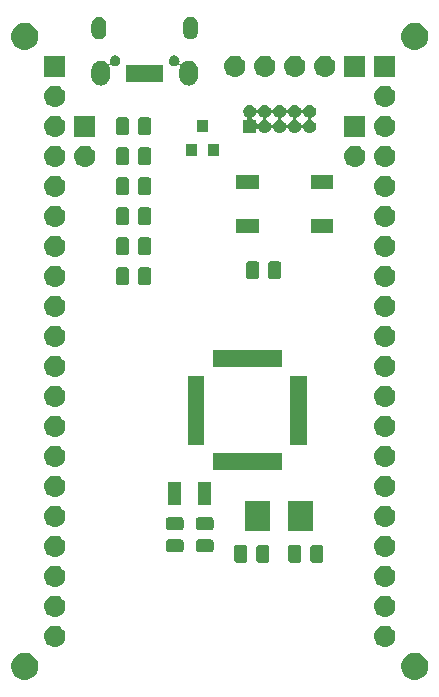
<source format=gbr>
G04 #@! TF.GenerationSoftware,KiCad,Pcbnew,5.1.4*
G04 #@! TF.CreationDate,2019-11-03T23:23:53+01:00*
G04 #@! TF.ProjectId,stm32XxxxCx_board,73746d33-3258-4787-9878-43785f626f61,rev?*
G04 #@! TF.SameCoordinates,Original*
G04 #@! TF.FileFunction,Soldermask,Top*
G04 #@! TF.FilePolarity,Negative*
%FSLAX46Y46*%
G04 Gerber Fmt 4.6, Leading zero omitted, Abs format (unit mm)*
G04 Created by KiCad (PCBNEW 5.1.4) date 2019-11-03 23:23:53*
%MOMM*%
%LPD*%
G04 APERTURE LIST*
%ADD10C,0.100000*%
G04 APERTURE END LIST*
D10*
G36*
X167864549Y-105551116D02*
G01*
X167975734Y-105573232D01*
X168185203Y-105659997D01*
X168373720Y-105785960D01*
X168534040Y-105946280D01*
X168660003Y-106134797D01*
X168746768Y-106344266D01*
X168791000Y-106566636D01*
X168791000Y-106793364D01*
X168746768Y-107015734D01*
X168660003Y-107225203D01*
X168534040Y-107413720D01*
X168373720Y-107574040D01*
X168185203Y-107700003D01*
X167975734Y-107786768D01*
X167864549Y-107808884D01*
X167753365Y-107831000D01*
X167526635Y-107831000D01*
X167415451Y-107808884D01*
X167304266Y-107786768D01*
X167094797Y-107700003D01*
X166906280Y-107574040D01*
X166745960Y-107413720D01*
X166619997Y-107225203D01*
X166533232Y-107015734D01*
X166489000Y-106793364D01*
X166489000Y-106566636D01*
X166533232Y-106344266D01*
X166619997Y-106134797D01*
X166745960Y-105946280D01*
X166906280Y-105785960D01*
X167094797Y-105659997D01*
X167304266Y-105573232D01*
X167415451Y-105551116D01*
X167526635Y-105529000D01*
X167753365Y-105529000D01*
X167864549Y-105551116D01*
X167864549Y-105551116D01*
G37*
G36*
X134844549Y-105551116D02*
G01*
X134955734Y-105573232D01*
X135165203Y-105659997D01*
X135353720Y-105785960D01*
X135514040Y-105946280D01*
X135640003Y-106134797D01*
X135726768Y-106344266D01*
X135771000Y-106566636D01*
X135771000Y-106793364D01*
X135726768Y-107015734D01*
X135640003Y-107225203D01*
X135514040Y-107413720D01*
X135353720Y-107574040D01*
X135165203Y-107700003D01*
X134955734Y-107786768D01*
X134844549Y-107808884D01*
X134733365Y-107831000D01*
X134506635Y-107831000D01*
X134395451Y-107808884D01*
X134284266Y-107786768D01*
X134074797Y-107700003D01*
X133886280Y-107574040D01*
X133725960Y-107413720D01*
X133599997Y-107225203D01*
X133513232Y-107015734D01*
X133469000Y-106793364D01*
X133469000Y-106566636D01*
X133513232Y-106344266D01*
X133599997Y-106134797D01*
X133725960Y-105946280D01*
X133886280Y-105785960D01*
X134074797Y-105659997D01*
X134284266Y-105573232D01*
X134395451Y-105551116D01*
X134506635Y-105529000D01*
X134733365Y-105529000D01*
X134844549Y-105551116D01*
X134844549Y-105551116D01*
G37*
G36*
X165210443Y-103245519D02*
G01*
X165276627Y-103252037D01*
X165446466Y-103303557D01*
X165602991Y-103387222D01*
X165638729Y-103416552D01*
X165740186Y-103499814D01*
X165823448Y-103601271D01*
X165852778Y-103637009D01*
X165936443Y-103793534D01*
X165987963Y-103963373D01*
X166005359Y-104140000D01*
X165987963Y-104316627D01*
X165936443Y-104486466D01*
X165852778Y-104642991D01*
X165823448Y-104678729D01*
X165740186Y-104780186D01*
X165638729Y-104863448D01*
X165602991Y-104892778D01*
X165446466Y-104976443D01*
X165276627Y-105027963D01*
X165210442Y-105034482D01*
X165144260Y-105041000D01*
X165055740Y-105041000D01*
X164989557Y-105034481D01*
X164923373Y-105027963D01*
X164753534Y-104976443D01*
X164597009Y-104892778D01*
X164561271Y-104863448D01*
X164459814Y-104780186D01*
X164376552Y-104678729D01*
X164347222Y-104642991D01*
X164263557Y-104486466D01*
X164212037Y-104316627D01*
X164194641Y-104140000D01*
X164212037Y-103963373D01*
X164263557Y-103793534D01*
X164347222Y-103637009D01*
X164376552Y-103601271D01*
X164459814Y-103499814D01*
X164561271Y-103416552D01*
X164597009Y-103387222D01*
X164753534Y-103303557D01*
X164923373Y-103252037D01*
X164989558Y-103245518D01*
X165055740Y-103239000D01*
X165144260Y-103239000D01*
X165210443Y-103245519D01*
X165210443Y-103245519D01*
G37*
G36*
X137270443Y-103245519D02*
G01*
X137336627Y-103252037D01*
X137506466Y-103303557D01*
X137662991Y-103387222D01*
X137698729Y-103416552D01*
X137800186Y-103499814D01*
X137883448Y-103601271D01*
X137912778Y-103637009D01*
X137996443Y-103793534D01*
X138047963Y-103963373D01*
X138065359Y-104140000D01*
X138047963Y-104316627D01*
X137996443Y-104486466D01*
X137912778Y-104642991D01*
X137883448Y-104678729D01*
X137800186Y-104780186D01*
X137698729Y-104863448D01*
X137662991Y-104892778D01*
X137506466Y-104976443D01*
X137336627Y-105027963D01*
X137270442Y-105034482D01*
X137204260Y-105041000D01*
X137115740Y-105041000D01*
X137049557Y-105034481D01*
X136983373Y-105027963D01*
X136813534Y-104976443D01*
X136657009Y-104892778D01*
X136621271Y-104863448D01*
X136519814Y-104780186D01*
X136436552Y-104678729D01*
X136407222Y-104642991D01*
X136323557Y-104486466D01*
X136272037Y-104316627D01*
X136254641Y-104140000D01*
X136272037Y-103963373D01*
X136323557Y-103793534D01*
X136407222Y-103637009D01*
X136436552Y-103601271D01*
X136519814Y-103499814D01*
X136621271Y-103416552D01*
X136657009Y-103387222D01*
X136813534Y-103303557D01*
X136983373Y-103252037D01*
X137049558Y-103245518D01*
X137115740Y-103239000D01*
X137204260Y-103239000D01*
X137270443Y-103245519D01*
X137270443Y-103245519D01*
G37*
G36*
X165210443Y-100705519D02*
G01*
X165276627Y-100712037D01*
X165446466Y-100763557D01*
X165602991Y-100847222D01*
X165638729Y-100876552D01*
X165740186Y-100959814D01*
X165823448Y-101061271D01*
X165852778Y-101097009D01*
X165936443Y-101253534D01*
X165987963Y-101423373D01*
X166005359Y-101600000D01*
X165987963Y-101776627D01*
X165936443Y-101946466D01*
X165852778Y-102102991D01*
X165823448Y-102138729D01*
X165740186Y-102240186D01*
X165638729Y-102323448D01*
X165602991Y-102352778D01*
X165446466Y-102436443D01*
X165276627Y-102487963D01*
X165210442Y-102494482D01*
X165144260Y-102501000D01*
X165055740Y-102501000D01*
X164989558Y-102494482D01*
X164923373Y-102487963D01*
X164753534Y-102436443D01*
X164597009Y-102352778D01*
X164561271Y-102323448D01*
X164459814Y-102240186D01*
X164376552Y-102138729D01*
X164347222Y-102102991D01*
X164263557Y-101946466D01*
X164212037Y-101776627D01*
X164194641Y-101600000D01*
X164212037Y-101423373D01*
X164263557Y-101253534D01*
X164347222Y-101097009D01*
X164376552Y-101061271D01*
X164459814Y-100959814D01*
X164561271Y-100876552D01*
X164597009Y-100847222D01*
X164753534Y-100763557D01*
X164923373Y-100712037D01*
X164989557Y-100705519D01*
X165055740Y-100699000D01*
X165144260Y-100699000D01*
X165210443Y-100705519D01*
X165210443Y-100705519D01*
G37*
G36*
X137270443Y-100705519D02*
G01*
X137336627Y-100712037D01*
X137506466Y-100763557D01*
X137662991Y-100847222D01*
X137698729Y-100876552D01*
X137800186Y-100959814D01*
X137883448Y-101061271D01*
X137912778Y-101097009D01*
X137996443Y-101253534D01*
X138047963Y-101423373D01*
X138065359Y-101600000D01*
X138047963Y-101776627D01*
X137996443Y-101946466D01*
X137912778Y-102102991D01*
X137883448Y-102138729D01*
X137800186Y-102240186D01*
X137698729Y-102323448D01*
X137662991Y-102352778D01*
X137506466Y-102436443D01*
X137336627Y-102487963D01*
X137270442Y-102494482D01*
X137204260Y-102501000D01*
X137115740Y-102501000D01*
X137049558Y-102494482D01*
X136983373Y-102487963D01*
X136813534Y-102436443D01*
X136657009Y-102352778D01*
X136621271Y-102323448D01*
X136519814Y-102240186D01*
X136436552Y-102138729D01*
X136407222Y-102102991D01*
X136323557Y-101946466D01*
X136272037Y-101776627D01*
X136254641Y-101600000D01*
X136272037Y-101423373D01*
X136323557Y-101253534D01*
X136407222Y-101097009D01*
X136436552Y-101061271D01*
X136519814Y-100959814D01*
X136621271Y-100876552D01*
X136657009Y-100847222D01*
X136813534Y-100763557D01*
X136983373Y-100712037D01*
X137049557Y-100705519D01*
X137115740Y-100699000D01*
X137204260Y-100699000D01*
X137270443Y-100705519D01*
X137270443Y-100705519D01*
G37*
G36*
X165210443Y-98165519D02*
G01*
X165276627Y-98172037D01*
X165446466Y-98223557D01*
X165602991Y-98307222D01*
X165638729Y-98336552D01*
X165740186Y-98419814D01*
X165823448Y-98521271D01*
X165852778Y-98557009D01*
X165936443Y-98713534D01*
X165987963Y-98883373D01*
X166005359Y-99060000D01*
X165987963Y-99236627D01*
X165936443Y-99406466D01*
X165852778Y-99562991D01*
X165823448Y-99598729D01*
X165740186Y-99700186D01*
X165638729Y-99783448D01*
X165602991Y-99812778D01*
X165446466Y-99896443D01*
X165276627Y-99947963D01*
X165210443Y-99954481D01*
X165144260Y-99961000D01*
X165055740Y-99961000D01*
X164989557Y-99954481D01*
X164923373Y-99947963D01*
X164753534Y-99896443D01*
X164597009Y-99812778D01*
X164561271Y-99783448D01*
X164459814Y-99700186D01*
X164376552Y-99598729D01*
X164347222Y-99562991D01*
X164263557Y-99406466D01*
X164212037Y-99236627D01*
X164194641Y-99060000D01*
X164212037Y-98883373D01*
X164263557Y-98713534D01*
X164347222Y-98557009D01*
X164376552Y-98521271D01*
X164459814Y-98419814D01*
X164561271Y-98336552D01*
X164597009Y-98307222D01*
X164753534Y-98223557D01*
X164923373Y-98172037D01*
X164989557Y-98165519D01*
X165055740Y-98159000D01*
X165144260Y-98159000D01*
X165210443Y-98165519D01*
X165210443Y-98165519D01*
G37*
G36*
X137270443Y-98165519D02*
G01*
X137336627Y-98172037D01*
X137506466Y-98223557D01*
X137662991Y-98307222D01*
X137698729Y-98336552D01*
X137800186Y-98419814D01*
X137883448Y-98521271D01*
X137912778Y-98557009D01*
X137996443Y-98713534D01*
X138047963Y-98883373D01*
X138065359Y-99060000D01*
X138047963Y-99236627D01*
X137996443Y-99406466D01*
X137912778Y-99562991D01*
X137883448Y-99598729D01*
X137800186Y-99700186D01*
X137698729Y-99783448D01*
X137662991Y-99812778D01*
X137506466Y-99896443D01*
X137336627Y-99947963D01*
X137270443Y-99954481D01*
X137204260Y-99961000D01*
X137115740Y-99961000D01*
X137049557Y-99954481D01*
X136983373Y-99947963D01*
X136813534Y-99896443D01*
X136657009Y-99812778D01*
X136621271Y-99783448D01*
X136519814Y-99700186D01*
X136436552Y-99598729D01*
X136407222Y-99562991D01*
X136323557Y-99406466D01*
X136272037Y-99236627D01*
X136254641Y-99060000D01*
X136272037Y-98883373D01*
X136323557Y-98713534D01*
X136407222Y-98557009D01*
X136436552Y-98521271D01*
X136519814Y-98419814D01*
X136621271Y-98336552D01*
X136657009Y-98307222D01*
X136813534Y-98223557D01*
X136983373Y-98172037D01*
X137049557Y-98165519D01*
X137115740Y-98159000D01*
X137204260Y-98159000D01*
X137270443Y-98165519D01*
X137270443Y-98165519D01*
G37*
G36*
X159726968Y-96408565D02*
G01*
X159765638Y-96420296D01*
X159801277Y-96439346D01*
X159832517Y-96464983D01*
X159858154Y-96496223D01*
X159877204Y-96531862D01*
X159888935Y-96570532D01*
X159893500Y-96616888D01*
X159893500Y-97693112D01*
X159888935Y-97739468D01*
X159877204Y-97778138D01*
X159858154Y-97813777D01*
X159832517Y-97845017D01*
X159801277Y-97870654D01*
X159765638Y-97889704D01*
X159726968Y-97901435D01*
X159680612Y-97906000D01*
X159029388Y-97906000D01*
X158983032Y-97901435D01*
X158944362Y-97889704D01*
X158908723Y-97870654D01*
X158877483Y-97845017D01*
X158851846Y-97813777D01*
X158832796Y-97778138D01*
X158821065Y-97739468D01*
X158816500Y-97693112D01*
X158816500Y-96616888D01*
X158821065Y-96570532D01*
X158832796Y-96531862D01*
X158851846Y-96496223D01*
X158877483Y-96464983D01*
X158908723Y-96439346D01*
X158944362Y-96420296D01*
X158983032Y-96408565D01*
X159029388Y-96404000D01*
X159680612Y-96404000D01*
X159726968Y-96408565D01*
X159726968Y-96408565D01*
G37*
G36*
X155154968Y-96408565D02*
G01*
X155193638Y-96420296D01*
X155229277Y-96439346D01*
X155260517Y-96464983D01*
X155286154Y-96496223D01*
X155305204Y-96531862D01*
X155316935Y-96570532D01*
X155321500Y-96616888D01*
X155321500Y-97693112D01*
X155316935Y-97739468D01*
X155305204Y-97778138D01*
X155286154Y-97813777D01*
X155260517Y-97845017D01*
X155229277Y-97870654D01*
X155193638Y-97889704D01*
X155154968Y-97901435D01*
X155108612Y-97906000D01*
X154457388Y-97906000D01*
X154411032Y-97901435D01*
X154372362Y-97889704D01*
X154336723Y-97870654D01*
X154305483Y-97845017D01*
X154279846Y-97813777D01*
X154260796Y-97778138D01*
X154249065Y-97739468D01*
X154244500Y-97693112D01*
X154244500Y-96616888D01*
X154249065Y-96570532D01*
X154260796Y-96531862D01*
X154279846Y-96496223D01*
X154305483Y-96464983D01*
X154336723Y-96439346D01*
X154372362Y-96420296D01*
X154411032Y-96408565D01*
X154457388Y-96404000D01*
X155108612Y-96404000D01*
X155154968Y-96408565D01*
X155154968Y-96408565D01*
G37*
G36*
X153279968Y-96408565D02*
G01*
X153318638Y-96420296D01*
X153354277Y-96439346D01*
X153385517Y-96464983D01*
X153411154Y-96496223D01*
X153430204Y-96531862D01*
X153441935Y-96570532D01*
X153446500Y-96616888D01*
X153446500Y-97693112D01*
X153441935Y-97739468D01*
X153430204Y-97778138D01*
X153411154Y-97813777D01*
X153385517Y-97845017D01*
X153354277Y-97870654D01*
X153318638Y-97889704D01*
X153279968Y-97901435D01*
X153233612Y-97906000D01*
X152582388Y-97906000D01*
X152536032Y-97901435D01*
X152497362Y-97889704D01*
X152461723Y-97870654D01*
X152430483Y-97845017D01*
X152404846Y-97813777D01*
X152385796Y-97778138D01*
X152374065Y-97739468D01*
X152369500Y-97693112D01*
X152369500Y-96616888D01*
X152374065Y-96570532D01*
X152385796Y-96531862D01*
X152404846Y-96496223D01*
X152430483Y-96464983D01*
X152461723Y-96439346D01*
X152497362Y-96420296D01*
X152536032Y-96408565D01*
X152582388Y-96404000D01*
X153233612Y-96404000D01*
X153279968Y-96408565D01*
X153279968Y-96408565D01*
G37*
G36*
X157851968Y-96408565D02*
G01*
X157890638Y-96420296D01*
X157926277Y-96439346D01*
X157957517Y-96464983D01*
X157983154Y-96496223D01*
X158002204Y-96531862D01*
X158013935Y-96570532D01*
X158018500Y-96616888D01*
X158018500Y-97693112D01*
X158013935Y-97739468D01*
X158002204Y-97778138D01*
X157983154Y-97813777D01*
X157957517Y-97845017D01*
X157926277Y-97870654D01*
X157890638Y-97889704D01*
X157851968Y-97901435D01*
X157805612Y-97906000D01*
X157154388Y-97906000D01*
X157108032Y-97901435D01*
X157069362Y-97889704D01*
X157033723Y-97870654D01*
X157002483Y-97845017D01*
X156976846Y-97813777D01*
X156957796Y-97778138D01*
X156946065Y-97739468D01*
X156941500Y-97693112D01*
X156941500Y-96616888D01*
X156946065Y-96570532D01*
X156957796Y-96531862D01*
X156976846Y-96496223D01*
X157002483Y-96464983D01*
X157033723Y-96439346D01*
X157069362Y-96420296D01*
X157108032Y-96408565D01*
X157154388Y-96404000D01*
X157805612Y-96404000D01*
X157851968Y-96408565D01*
X157851968Y-96408565D01*
G37*
G36*
X165210442Y-95625518D02*
G01*
X165276627Y-95632037D01*
X165446466Y-95683557D01*
X165602991Y-95767222D01*
X165638729Y-95796552D01*
X165740186Y-95879814D01*
X165803262Y-95956674D01*
X165852778Y-96017009D01*
X165936443Y-96173534D01*
X165987963Y-96343373D01*
X166005359Y-96520000D01*
X165987963Y-96696627D01*
X165936443Y-96866466D01*
X165852778Y-97022991D01*
X165823448Y-97058729D01*
X165740186Y-97160186D01*
X165638729Y-97243448D01*
X165602991Y-97272778D01*
X165446466Y-97356443D01*
X165276627Y-97407963D01*
X165210442Y-97414482D01*
X165144260Y-97421000D01*
X165055740Y-97421000D01*
X164989558Y-97414482D01*
X164923373Y-97407963D01*
X164753534Y-97356443D01*
X164597009Y-97272778D01*
X164561271Y-97243448D01*
X164459814Y-97160186D01*
X164376552Y-97058729D01*
X164347222Y-97022991D01*
X164263557Y-96866466D01*
X164212037Y-96696627D01*
X164194641Y-96520000D01*
X164212037Y-96343373D01*
X164263557Y-96173534D01*
X164347222Y-96017009D01*
X164396738Y-95956674D01*
X164459814Y-95879814D01*
X164561271Y-95796552D01*
X164597009Y-95767222D01*
X164753534Y-95683557D01*
X164923373Y-95632037D01*
X164989558Y-95625518D01*
X165055740Y-95619000D01*
X165144260Y-95619000D01*
X165210442Y-95625518D01*
X165210442Y-95625518D01*
G37*
G36*
X137270442Y-95625518D02*
G01*
X137336627Y-95632037D01*
X137506466Y-95683557D01*
X137662991Y-95767222D01*
X137698729Y-95796552D01*
X137800186Y-95879814D01*
X137863262Y-95956674D01*
X137912778Y-96017009D01*
X137996443Y-96173534D01*
X138047963Y-96343373D01*
X138065359Y-96520000D01*
X138047963Y-96696627D01*
X137996443Y-96866466D01*
X137912778Y-97022991D01*
X137883448Y-97058729D01*
X137800186Y-97160186D01*
X137698729Y-97243448D01*
X137662991Y-97272778D01*
X137506466Y-97356443D01*
X137336627Y-97407963D01*
X137270442Y-97414482D01*
X137204260Y-97421000D01*
X137115740Y-97421000D01*
X137049558Y-97414482D01*
X136983373Y-97407963D01*
X136813534Y-97356443D01*
X136657009Y-97272778D01*
X136621271Y-97243448D01*
X136519814Y-97160186D01*
X136436552Y-97058729D01*
X136407222Y-97022991D01*
X136323557Y-96866466D01*
X136272037Y-96696627D01*
X136254641Y-96520000D01*
X136272037Y-96343373D01*
X136323557Y-96173534D01*
X136407222Y-96017009D01*
X136456738Y-95956674D01*
X136519814Y-95879814D01*
X136621271Y-95796552D01*
X136657009Y-95767222D01*
X136813534Y-95683557D01*
X136983373Y-95632037D01*
X137049558Y-95625518D01*
X137115740Y-95619000D01*
X137204260Y-95619000D01*
X137270442Y-95625518D01*
X137270442Y-95625518D01*
G37*
G36*
X147904468Y-95956065D02*
G01*
X147943138Y-95967796D01*
X147978777Y-95986846D01*
X148010017Y-96012483D01*
X148035654Y-96043723D01*
X148054704Y-96079362D01*
X148066435Y-96118032D01*
X148071000Y-96164388D01*
X148071000Y-96815612D01*
X148066435Y-96861968D01*
X148054704Y-96900638D01*
X148035654Y-96936277D01*
X148010017Y-96967517D01*
X147978777Y-96993154D01*
X147943138Y-97012204D01*
X147904468Y-97023935D01*
X147858112Y-97028500D01*
X146781888Y-97028500D01*
X146735532Y-97023935D01*
X146696862Y-97012204D01*
X146661223Y-96993154D01*
X146629983Y-96967517D01*
X146604346Y-96936277D01*
X146585296Y-96900638D01*
X146573565Y-96861968D01*
X146569000Y-96815612D01*
X146569000Y-96164388D01*
X146573565Y-96118032D01*
X146585296Y-96079362D01*
X146604346Y-96043723D01*
X146629983Y-96012483D01*
X146661223Y-95986846D01*
X146696862Y-95967796D01*
X146735532Y-95956065D01*
X146781888Y-95951500D01*
X147858112Y-95951500D01*
X147904468Y-95956065D01*
X147904468Y-95956065D01*
G37*
G36*
X150444468Y-95956065D02*
G01*
X150483138Y-95967796D01*
X150518777Y-95986846D01*
X150550017Y-96012483D01*
X150575654Y-96043723D01*
X150594704Y-96079362D01*
X150606435Y-96118032D01*
X150611000Y-96164388D01*
X150611000Y-96815612D01*
X150606435Y-96861968D01*
X150594704Y-96900638D01*
X150575654Y-96936277D01*
X150550017Y-96967517D01*
X150518777Y-96993154D01*
X150483138Y-97012204D01*
X150444468Y-97023935D01*
X150398112Y-97028500D01*
X149321888Y-97028500D01*
X149275532Y-97023935D01*
X149236862Y-97012204D01*
X149201223Y-96993154D01*
X149169983Y-96967517D01*
X149144346Y-96936277D01*
X149125296Y-96900638D01*
X149113565Y-96861968D01*
X149109000Y-96815612D01*
X149109000Y-96164388D01*
X149113565Y-96118032D01*
X149125296Y-96079362D01*
X149144346Y-96043723D01*
X149169983Y-96012483D01*
X149201223Y-95986846D01*
X149236862Y-95967796D01*
X149275532Y-95956065D01*
X149321888Y-95951500D01*
X150398112Y-95951500D01*
X150444468Y-95956065D01*
X150444468Y-95956065D01*
G37*
G36*
X155351000Y-95231000D02*
G01*
X153249000Y-95231000D01*
X153249000Y-92729000D01*
X155351000Y-92729000D01*
X155351000Y-95231000D01*
X155351000Y-95231000D01*
G37*
G36*
X159051000Y-95231000D02*
G01*
X156949000Y-95231000D01*
X156949000Y-92729000D01*
X159051000Y-92729000D01*
X159051000Y-95231000D01*
X159051000Y-95231000D01*
G37*
G36*
X150444468Y-94081065D02*
G01*
X150483138Y-94092796D01*
X150518777Y-94111846D01*
X150550017Y-94137483D01*
X150575654Y-94168723D01*
X150594704Y-94204362D01*
X150606435Y-94243032D01*
X150611000Y-94289388D01*
X150611000Y-94940612D01*
X150606435Y-94986968D01*
X150594704Y-95025638D01*
X150575654Y-95061277D01*
X150550017Y-95092517D01*
X150518777Y-95118154D01*
X150483138Y-95137204D01*
X150444468Y-95148935D01*
X150398112Y-95153500D01*
X149321888Y-95153500D01*
X149275532Y-95148935D01*
X149236862Y-95137204D01*
X149201223Y-95118154D01*
X149169983Y-95092517D01*
X149144346Y-95061277D01*
X149125296Y-95025638D01*
X149113565Y-94986968D01*
X149109000Y-94940612D01*
X149109000Y-94289388D01*
X149113565Y-94243032D01*
X149125296Y-94204362D01*
X149144346Y-94168723D01*
X149169983Y-94137483D01*
X149201223Y-94111846D01*
X149236862Y-94092796D01*
X149275532Y-94081065D01*
X149321888Y-94076500D01*
X150398112Y-94076500D01*
X150444468Y-94081065D01*
X150444468Y-94081065D01*
G37*
G36*
X147904468Y-94081065D02*
G01*
X147943138Y-94092796D01*
X147978777Y-94111846D01*
X148010017Y-94137483D01*
X148035654Y-94168723D01*
X148054704Y-94204362D01*
X148066435Y-94243032D01*
X148071000Y-94289388D01*
X148071000Y-94940612D01*
X148066435Y-94986968D01*
X148054704Y-95025638D01*
X148035654Y-95061277D01*
X148010017Y-95092517D01*
X147978777Y-95118154D01*
X147943138Y-95137204D01*
X147904468Y-95148935D01*
X147858112Y-95153500D01*
X146781888Y-95153500D01*
X146735532Y-95148935D01*
X146696862Y-95137204D01*
X146661223Y-95118154D01*
X146629983Y-95092517D01*
X146604346Y-95061277D01*
X146585296Y-95025638D01*
X146573565Y-94986968D01*
X146569000Y-94940612D01*
X146569000Y-94289388D01*
X146573565Y-94243032D01*
X146585296Y-94204362D01*
X146604346Y-94168723D01*
X146629983Y-94137483D01*
X146661223Y-94111846D01*
X146696862Y-94092796D01*
X146735532Y-94081065D01*
X146781888Y-94076500D01*
X147858112Y-94076500D01*
X147904468Y-94081065D01*
X147904468Y-94081065D01*
G37*
G36*
X165210443Y-93085519D02*
G01*
X165276627Y-93092037D01*
X165446466Y-93143557D01*
X165602991Y-93227222D01*
X165638729Y-93256552D01*
X165740186Y-93339814D01*
X165823448Y-93441271D01*
X165852778Y-93477009D01*
X165936443Y-93633534D01*
X165987963Y-93803373D01*
X166005359Y-93980000D01*
X165987963Y-94156627D01*
X165936443Y-94326466D01*
X165852778Y-94482991D01*
X165823448Y-94518729D01*
X165740186Y-94620186D01*
X165638729Y-94703448D01*
X165602991Y-94732778D01*
X165446466Y-94816443D01*
X165276627Y-94867963D01*
X165210443Y-94874481D01*
X165144260Y-94881000D01*
X165055740Y-94881000D01*
X164989557Y-94874481D01*
X164923373Y-94867963D01*
X164753534Y-94816443D01*
X164597009Y-94732778D01*
X164561271Y-94703448D01*
X164459814Y-94620186D01*
X164376552Y-94518729D01*
X164347222Y-94482991D01*
X164263557Y-94326466D01*
X164212037Y-94156627D01*
X164194641Y-93980000D01*
X164212037Y-93803373D01*
X164263557Y-93633534D01*
X164347222Y-93477009D01*
X164376552Y-93441271D01*
X164459814Y-93339814D01*
X164561271Y-93256552D01*
X164597009Y-93227222D01*
X164753534Y-93143557D01*
X164923373Y-93092037D01*
X164989557Y-93085519D01*
X165055740Y-93079000D01*
X165144260Y-93079000D01*
X165210443Y-93085519D01*
X165210443Y-93085519D01*
G37*
G36*
X137270443Y-93085519D02*
G01*
X137336627Y-93092037D01*
X137506466Y-93143557D01*
X137662991Y-93227222D01*
X137698729Y-93256552D01*
X137800186Y-93339814D01*
X137883448Y-93441271D01*
X137912778Y-93477009D01*
X137996443Y-93633534D01*
X138047963Y-93803373D01*
X138065359Y-93980000D01*
X138047963Y-94156627D01*
X137996443Y-94326466D01*
X137912778Y-94482991D01*
X137883448Y-94518729D01*
X137800186Y-94620186D01*
X137698729Y-94703448D01*
X137662991Y-94732778D01*
X137506466Y-94816443D01*
X137336627Y-94867963D01*
X137270443Y-94874481D01*
X137204260Y-94881000D01*
X137115740Y-94881000D01*
X137049557Y-94874481D01*
X136983373Y-94867963D01*
X136813534Y-94816443D01*
X136657009Y-94732778D01*
X136621271Y-94703448D01*
X136519814Y-94620186D01*
X136436552Y-94518729D01*
X136407222Y-94482991D01*
X136323557Y-94326466D01*
X136272037Y-94156627D01*
X136254641Y-93980000D01*
X136272037Y-93803373D01*
X136323557Y-93633534D01*
X136407222Y-93477009D01*
X136436552Y-93441271D01*
X136519814Y-93339814D01*
X136621271Y-93256552D01*
X136657009Y-93227222D01*
X136813534Y-93143557D01*
X136983373Y-93092037D01*
X137049557Y-93085519D01*
X137115740Y-93079000D01*
X137204260Y-93079000D01*
X137270443Y-93085519D01*
X137270443Y-93085519D01*
G37*
G36*
X150391000Y-93026000D02*
G01*
X149289000Y-93026000D01*
X149289000Y-91124000D01*
X150391000Y-91124000D01*
X150391000Y-93026000D01*
X150391000Y-93026000D01*
G37*
G36*
X147891000Y-93026000D02*
G01*
X146789000Y-93026000D01*
X146789000Y-91124000D01*
X147891000Y-91124000D01*
X147891000Y-93026000D01*
X147891000Y-93026000D01*
G37*
G36*
X137270443Y-90545519D02*
G01*
X137336627Y-90552037D01*
X137506466Y-90603557D01*
X137662991Y-90687222D01*
X137698729Y-90716552D01*
X137800186Y-90799814D01*
X137883448Y-90901271D01*
X137912778Y-90937009D01*
X137996443Y-91093534D01*
X138047963Y-91263373D01*
X138065359Y-91440000D01*
X138047963Y-91616627D01*
X137996443Y-91786466D01*
X137912778Y-91942991D01*
X137883448Y-91978729D01*
X137800186Y-92080186D01*
X137698729Y-92163448D01*
X137662991Y-92192778D01*
X137506466Y-92276443D01*
X137336627Y-92327963D01*
X137270443Y-92334481D01*
X137204260Y-92341000D01*
X137115740Y-92341000D01*
X137049557Y-92334481D01*
X136983373Y-92327963D01*
X136813534Y-92276443D01*
X136657009Y-92192778D01*
X136621271Y-92163448D01*
X136519814Y-92080186D01*
X136436552Y-91978729D01*
X136407222Y-91942991D01*
X136323557Y-91786466D01*
X136272037Y-91616627D01*
X136254641Y-91440000D01*
X136272037Y-91263373D01*
X136323557Y-91093534D01*
X136407222Y-90937009D01*
X136436552Y-90901271D01*
X136519814Y-90799814D01*
X136621271Y-90716552D01*
X136657009Y-90687222D01*
X136813534Y-90603557D01*
X136983373Y-90552037D01*
X137049557Y-90545519D01*
X137115740Y-90539000D01*
X137204260Y-90539000D01*
X137270443Y-90545519D01*
X137270443Y-90545519D01*
G37*
G36*
X165210443Y-90545519D02*
G01*
X165276627Y-90552037D01*
X165446466Y-90603557D01*
X165602991Y-90687222D01*
X165638729Y-90716552D01*
X165740186Y-90799814D01*
X165823448Y-90901271D01*
X165852778Y-90937009D01*
X165936443Y-91093534D01*
X165987963Y-91263373D01*
X166005359Y-91440000D01*
X165987963Y-91616627D01*
X165936443Y-91786466D01*
X165852778Y-91942991D01*
X165823448Y-91978729D01*
X165740186Y-92080186D01*
X165638729Y-92163448D01*
X165602991Y-92192778D01*
X165446466Y-92276443D01*
X165276627Y-92327963D01*
X165210443Y-92334481D01*
X165144260Y-92341000D01*
X165055740Y-92341000D01*
X164989557Y-92334481D01*
X164923373Y-92327963D01*
X164753534Y-92276443D01*
X164597009Y-92192778D01*
X164561271Y-92163448D01*
X164459814Y-92080186D01*
X164376552Y-91978729D01*
X164347222Y-91942991D01*
X164263557Y-91786466D01*
X164212037Y-91616627D01*
X164194641Y-91440000D01*
X164212037Y-91263373D01*
X164263557Y-91093534D01*
X164347222Y-90937009D01*
X164376552Y-90901271D01*
X164459814Y-90799814D01*
X164561271Y-90716552D01*
X164597009Y-90687222D01*
X164753534Y-90603557D01*
X164923373Y-90552037D01*
X164989558Y-90545518D01*
X165055740Y-90539000D01*
X165144260Y-90539000D01*
X165210443Y-90545519D01*
X165210443Y-90545519D01*
G37*
G36*
X156386000Y-90046000D02*
G01*
X150534000Y-90046000D01*
X150534000Y-88644000D01*
X156386000Y-88644000D01*
X156386000Y-90046000D01*
X156386000Y-90046000D01*
G37*
G36*
X165210443Y-88005519D02*
G01*
X165276627Y-88012037D01*
X165446466Y-88063557D01*
X165602991Y-88147222D01*
X165638729Y-88176552D01*
X165740186Y-88259814D01*
X165823448Y-88361271D01*
X165852778Y-88397009D01*
X165936443Y-88553534D01*
X165987963Y-88723373D01*
X166005359Y-88900000D01*
X165987963Y-89076627D01*
X165936443Y-89246466D01*
X165852778Y-89402991D01*
X165823448Y-89438729D01*
X165740186Y-89540186D01*
X165638729Y-89623448D01*
X165602991Y-89652778D01*
X165446466Y-89736443D01*
X165276627Y-89787963D01*
X165210443Y-89794481D01*
X165144260Y-89801000D01*
X165055740Y-89801000D01*
X164989557Y-89794481D01*
X164923373Y-89787963D01*
X164753534Y-89736443D01*
X164597009Y-89652778D01*
X164561271Y-89623448D01*
X164459814Y-89540186D01*
X164376552Y-89438729D01*
X164347222Y-89402991D01*
X164263557Y-89246466D01*
X164212037Y-89076627D01*
X164194641Y-88900000D01*
X164212037Y-88723373D01*
X164263557Y-88553534D01*
X164347222Y-88397009D01*
X164376552Y-88361271D01*
X164459814Y-88259814D01*
X164561271Y-88176552D01*
X164597009Y-88147222D01*
X164753534Y-88063557D01*
X164923373Y-88012037D01*
X164989557Y-88005519D01*
X165055740Y-87999000D01*
X165144260Y-87999000D01*
X165210443Y-88005519D01*
X165210443Y-88005519D01*
G37*
G36*
X137270443Y-88005519D02*
G01*
X137336627Y-88012037D01*
X137506466Y-88063557D01*
X137662991Y-88147222D01*
X137698729Y-88176552D01*
X137800186Y-88259814D01*
X137883448Y-88361271D01*
X137912778Y-88397009D01*
X137996443Y-88553534D01*
X138047963Y-88723373D01*
X138065359Y-88900000D01*
X138047963Y-89076627D01*
X137996443Y-89246466D01*
X137912778Y-89402991D01*
X137883448Y-89438729D01*
X137800186Y-89540186D01*
X137698729Y-89623448D01*
X137662991Y-89652778D01*
X137506466Y-89736443D01*
X137336627Y-89787963D01*
X137270443Y-89794481D01*
X137204260Y-89801000D01*
X137115740Y-89801000D01*
X137049557Y-89794481D01*
X136983373Y-89787963D01*
X136813534Y-89736443D01*
X136657009Y-89652778D01*
X136621271Y-89623448D01*
X136519814Y-89540186D01*
X136436552Y-89438729D01*
X136407222Y-89402991D01*
X136323557Y-89246466D01*
X136272037Y-89076627D01*
X136254641Y-88900000D01*
X136272037Y-88723373D01*
X136323557Y-88553534D01*
X136407222Y-88397009D01*
X136436552Y-88361271D01*
X136519814Y-88259814D01*
X136621271Y-88176552D01*
X136657009Y-88147222D01*
X136813534Y-88063557D01*
X136983373Y-88012037D01*
X137049557Y-88005519D01*
X137115740Y-87999000D01*
X137204260Y-87999000D01*
X137270443Y-88005519D01*
X137270443Y-88005519D01*
G37*
G36*
X158511000Y-87921000D02*
G01*
X157109000Y-87921000D01*
X157109000Y-82069000D01*
X158511000Y-82069000D01*
X158511000Y-87921000D01*
X158511000Y-87921000D01*
G37*
G36*
X149811000Y-87921000D02*
G01*
X148409000Y-87921000D01*
X148409000Y-82069000D01*
X149811000Y-82069000D01*
X149811000Y-87921000D01*
X149811000Y-87921000D01*
G37*
G36*
X137270442Y-85465518D02*
G01*
X137336627Y-85472037D01*
X137506466Y-85523557D01*
X137662991Y-85607222D01*
X137698729Y-85636552D01*
X137800186Y-85719814D01*
X137883448Y-85821271D01*
X137912778Y-85857009D01*
X137996443Y-86013534D01*
X138047963Y-86183373D01*
X138065359Y-86360000D01*
X138047963Y-86536627D01*
X137996443Y-86706466D01*
X137912778Y-86862991D01*
X137883448Y-86898729D01*
X137800186Y-87000186D01*
X137698729Y-87083448D01*
X137662991Y-87112778D01*
X137506466Y-87196443D01*
X137336627Y-87247963D01*
X137270442Y-87254482D01*
X137204260Y-87261000D01*
X137115740Y-87261000D01*
X137049558Y-87254482D01*
X136983373Y-87247963D01*
X136813534Y-87196443D01*
X136657009Y-87112778D01*
X136621271Y-87083448D01*
X136519814Y-87000186D01*
X136436552Y-86898729D01*
X136407222Y-86862991D01*
X136323557Y-86706466D01*
X136272037Y-86536627D01*
X136254641Y-86360000D01*
X136272037Y-86183373D01*
X136323557Y-86013534D01*
X136407222Y-85857009D01*
X136436552Y-85821271D01*
X136519814Y-85719814D01*
X136621271Y-85636552D01*
X136657009Y-85607222D01*
X136813534Y-85523557D01*
X136983373Y-85472037D01*
X137049558Y-85465518D01*
X137115740Y-85459000D01*
X137204260Y-85459000D01*
X137270442Y-85465518D01*
X137270442Y-85465518D01*
G37*
G36*
X165210442Y-85465518D02*
G01*
X165276627Y-85472037D01*
X165446466Y-85523557D01*
X165602991Y-85607222D01*
X165638729Y-85636552D01*
X165740186Y-85719814D01*
X165823448Y-85821271D01*
X165852778Y-85857009D01*
X165936443Y-86013534D01*
X165987963Y-86183373D01*
X166005359Y-86360000D01*
X165987963Y-86536627D01*
X165936443Y-86706466D01*
X165852778Y-86862991D01*
X165823448Y-86898729D01*
X165740186Y-87000186D01*
X165638729Y-87083448D01*
X165602991Y-87112778D01*
X165446466Y-87196443D01*
X165276627Y-87247963D01*
X165210442Y-87254482D01*
X165144260Y-87261000D01*
X165055740Y-87261000D01*
X164989558Y-87254482D01*
X164923373Y-87247963D01*
X164753534Y-87196443D01*
X164597009Y-87112778D01*
X164561271Y-87083448D01*
X164459814Y-87000186D01*
X164376552Y-86898729D01*
X164347222Y-86862991D01*
X164263557Y-86706466D01*
X164212037Y-86536627D01*
X164194641Y-86360000D01*
X164212037Y-86183373D01*
X164263557Y-86013534D01*
X164347222Y-85857009D01*
X164376552Y-85821271D01*
X164459814Y-85719814D01*
X164561271Y-85636552D01*
X164597009Y-85607222D01*
X164753534Y-85523557D01*
X164923373Y-85472037D01*
X164989558Y-85465518D01*
X165055740Y-85459000D01*
X165144260Y-85459000D01*
X165210442Y-85465518D01*
X165210442Y-85465518D01*
G37*
G36*
X165210443Y-82925519D02*
G01*
X165276627Y-82932037D01*
X165446466Y-82983557D01*
X165602991Y-83067222D01*
X165605157Y-83069000D01*
X165740186Y-83179814D01*
X165823448Y-83281271D01*
X165852778Y-83317009D01*
X165936443Y-83473534D01*
X165987963Y-83643373D01*
X166005359Y-83820000D01*
X165987963Y-83996627D01*
X165936443Y-84166466D01*
X165852778Y-84322991D01*
X165823448Y-84358729D01*
X165740186Y-84460186D01*
X165638729Y-84543448D01*
X165602991Y-84572778D01*
X165446466Y-84656443D01*
X165276627Y-84707963D01*
X165210443Y-84714481D01*
X165144260Y-84721000D01*
X165055740Y-84721000D01*
X164989557Y-84714481D01*
X164923373Y-84707963D01*
X164753534Y-84656443D01*
X164597009Y-84572778D01*
X164561271Y-84543448D01*
X164459814Y-84460186D01*
X164376552Y-84358729D01*
X164347222Y-84322991D01*
X164263557Y-84166466D01*
X164212037Y-83996627D01*
X164194641Y-83820000D01*
X164212037Y-83643373D01*
X164263557Y-83473534D01*
X164347222Y-83317009D01*
X164376552Y-83281271D01*
X164459814Y-83179814D01*
X164594843Y-83069000D01*
X164597009Y-83067222D01*
X164753534Y-82983557D01*
X164923373Y-82932037D01*
X164989557Y-82925519D01*
X165055740Y-82919000D01*
X165144260Y-82919000D01*
X165210443Y-82925519D01*
X165210443Y-82925519D01*
G37*
G36*
X137270443Y-82925519D02*
G01*
X137336627Y-82932037D01*
X137506466Y-82983557D01*
X137662991Y-83067222D01*
X137665157Y-83069000D01*
X137800186Y-83179814D01*
X137883448Y-83281271D01*
X137912778Y-83317009D01*
X137996443Y-83473534D01*
X138047963Y-83643373D01*
X138065359Y-83820000D01*
X138047963Y-83996627D01*
X137996443Y-84166466D01*
X137912778Y-84322991D01*
X137883448Y-84358729D01*
X137800186Y-84460186D01*
X137698729Y-84543448D01*
X137662991Y-84572778D01*
X137506466Y-84656443D01*
X137336627Y-84707963D01*
X137270443Y-84714481D01*
X137204260Y-84721000D01*
X137115740Y-84721000D01*
X137049557Y-84714481D01*
X136983373Y-84707963D01*
X136813534Y-84656443D01*
X136657009Y-84572778D01*
X136621271Y-84543448D01*
X136519814Y-84460186D01*
X136436552Y-84358729D01*
X136407222Y-84322991D01*
X136323557Y-84166466D01*
X136272037Y-83996627D01*
X136254641Y-83820000D01*
X136272037Y-83643373D01*
X136323557Y-83473534D01*
X136407222Y-83317009D01*
X136436552Y-83281271D01*
X136519814Y-83179814D01*
X136654843Y-83069000D01*
X136657009Y-83067222D01*
X136813534Y-82983557D01*
X136983373Y-82932037D01*
X137049557Y-82925519D01*
X137115740Y-82919000D01*
X137204260Y-82919000D01*
X137270443Y-82925519D01*
X137270443Y-82925519D01*
G37*
G36*
X165210442Y-80385518D02*
G01*
X165276627Y-80392037D01*
X165446466Y-80443557D01*
X165602991Y-80527222D01*
X165638729Y-80556552D01*
X165740186Y-80639814D01*
X165823448Y-80741271D01*
X165852778Y-80777009D01*
X165936443Y-80933534D01*
X165987963Y-81103373D01*
X166005359Y-81280000D01*
X165987963Y-81456627D01*
X165936443Y-81626466D01*
X165852778Y-81782991D01*
X165823448Y-81818729D01*
X165740186Y-81920186D01*
X165638729Y-82003448D01*
X165602991Y-82032778D01*
X165446466Y-82116443D01*
X165276627Y-82167963D01*
X165210443Y-82174481D01*
X165144260Y-82181000D01*
X165055740Y-82181000D01*
X164989557Y-82174481D01*
X164923373Y-82167963D01*
X164753534Y-82116443D01*
X164597009Y-82032778D01*
X164561271Y-82003448D01*
X164459814Y-81920186D01*
X164376552Y-81818729D01*
X164347222Y-81782991D01*
X164263557Y-81626466D01*
X164212037Y-81456627D01*
X164194641Y-81280000D01*
X164212037Y-81103373D01*
X164263557Y-80933534D01*
X164347222Y-80777009D01*
X164376552Y-80741271D01*
X164459814Y-80639814D01*
X164561271Y-80556552D01*
X164597009Y-80527222D01*
X164753534Y-80443557D01*
X164923373Y-80392037D01*
X164989558Y-80385518D01*
X165055740Y-80379000D01*
X165144260Y-80379000D01*
X165210442Y-80385518D01*
X165210442Y-80385518D01*
G37*
G36*
X137270442Y-80385518D02*
G01*
X137336627Y-80392037D01*
X137506466Y-80443557D01*
X137662991Y-80527222D01*
X137698729Y-80556552D01*
X137800186Y-80639814D01*
X137883448Y-80741271D01*
X137912778Y-80777009D01*
X137996443Y-80933534D01*
X138047963Y-81103373D01*
X138065359Y-81280000D01*
X138047963Y-81456627D01*
X137996443Y-81626466D01*
X137912778Y-81782991D01*
X137883448Y-81818729D01*
X137800186Y-81920186D01*
X137698729Y-82003448D01*
X137662991Y-82032778D01*
X137506466Y-82116443D01*
X137336627Y-82167963D01*
X137270443Y-82174481D01*
X137204260Y-82181000D01*
X137115740Y-82181000D01*
X137049557Y-82174481D01*
X136983373Y-82167963D01*
X136813534Y-82116443D01*
X136657009Y-82032778D01*
X136621271Y-82003448D01*
X136519814Y-81920186D01*
X136436552Y-81818729D01*
X136407222Y-81782991D01*
X136323557Y-81626466D01*
X136272037Y-81456627D01*
X136254641Y-81280000D01*
X136272037Y-81103373D01*
X136323557Y-80933534D01*
X136407222Y-80777009D01*
X136436552Y-80741271D01*
X136519814Y-80639814D01*
X136621271Y-80556552D01*
X136657009Y-80527222D01*
X136813534Y-80443557D01*
X136983373Y-80392037D01*
X137049558Y-80385518D01*
X137115740Y-80379000D01*
X137204260Y-80379000D01*
X137270442Y-80385518D01*
X137270442Y-80385518D01*
G37*
G36*
X156386000Y-81346000D02*
G01*
X150534000Y-81346000D01*
X150534000Y-79944000D01*
X156386000Y-79944000D01*
X156386000Y-81346000D01*
X156386000Y-81346000D01*
G37*
G36*
X165210443Y-77845519D02*
G01*
X165276627Y-77852037D01*
X165446466Y-77903557D01*
X165602991Y-77987222D01*
X165638729Y-78016552D01*
X165740186Y-78099814D01*
X165823448Y-78201271D01*
X165852778Y-78237009D01*
X165936443Y-78393534D01*
X165987963Y-78563373D01*
X166005359Y-78740000D01*
X165987963Y-78916627D01*
X165936443Y-79086466D01*
X165852778Y-79242991D01*
X165823448Y-79278729D01*
X165740186Y-79380186D01*
X165638729Y-79463448D01*
X165602991Y-79492778D01*
X165446466Y-79576443D01*
X165276627Y-79627963D01*
X165210442Y-79634482D01*
X165144260Y-79641000D01*
X165055740Y-79641000D01*
X164989558Y-79634482D01*
X164923373Y-79627963D01*
X164753534Y-79576443D01*
X164597009Y-79492778D01*
X164561271Y-79463448D01*
X164459814Y-79380186D01*
X164376552Y-79278729D01*
X164347222Y-79242991D01*
X164263557Y-79086466D01*
X164212037Y-78916627D01*
X164194641Y-78740000D01*
X164212037Y-78563373D01*
X164263557Y-78393534D01*
X164347222Y-78237009D01*
X164376552Y-78201271D01*
X164459814Y-78099814D01*
X164561271Y-78016552D01*
X164597009Y-77987222D01*
X164753534Y-77903557D01*
X164923373Y-77852037D01*
X164989557Y-77845519D01*
X165055740Y-77839000D01*
X165144260Y-77839000D01*
X165210443Y-77845519D01*
X165210443Y-77845519D01*
G37*
G36*
X137270443Y-77845519D02*
G01*
X137336627Y-77852037D01*
X137506466Y-77903557D01*
X137662991Y-77987222D01*
X137698729Y-78016552D01*
X137800186Y-78099814D01*
X137883448Y-78201271D01*
X137912778Y-78237009D01*
X137996443Y-78393534D01*
X138047963Y-78563373D01*
X138065359Y-78740000D01*
X138047963Y-78916627D01*
X137996443Y-79086466D01*
X137912778Y-79242991D01*
X137883448Y-79278729D01*
X137800186Y-79380186D01*
X137698729Y-79463448D01*
X137662991Y-79492778D01*
X137506466Y-79576443D01*
X137336627Y-79627963D01*
X137270442Y-79634482D01*
X137204260Y-79641000D01*
X137115740Y-79641000D01*
X137049558Y-79634482D01*
X136983373Y-79627963D01*
X136813534Y-79576443D01*
X136657009Y-79492778D01*
X136621271Y-79463448D01*
X136519814Y-79380186D01*
X136436552Y-79278729D01*
X136407222Y-79242991D01*
X136323557Y-79086466D01*
X136272037Y-78916627D01*
X136254641Y-78740000D01*
X136272037Y-78563373D01*
X136323557Y-78393534D01*
X136407222Y-78237009D01*
X136436552Y-78201271D01*
X136519814Y-78099814D01*
X136621271Y-78016552D01*
X136657009Y-77987222D01*
X136813534Y-77903557D01*
X136983373Y-77852037D01*
X137049557Y-77845519D01*
X137115740Y-77839000D01*
X137204260Y-77839000D01*
X137270443Y-77845519D01*
X137270443Y-77845519D01*
G37*
G36*
X165210442Y-75305518D02*
G01*
X165276627Y-75312037D01*
X165446466Y-75363557D01*
X165602991Y-75447222D01*
X165638729Y-75476552D01*
X165740186Y-75559814D01*
X165823448Y-75661271D01*
X165852778Y-75697009D01*
X165936443Y-75853534D01*
X165987963Y-76023373D01*
X166005359Y-76200000D01*
X165987963Y-76376627D01*
X165936443Y-76546466D01*
X165852778Y-76702991D01*
X165823448Y-76738729D01*
X165740186Y-76840186D01*
X165638729Y-76923448D01*
X165602991Y-76952778D01*
X165446466Y-77036443D01*
X165276627Y-77087963D01*
X165210442Y-77094482D01*
X165144260Y-77101000D01*
X165055740Y-77101000D01*
X164989558Y-77094482D01*
X164923373Y-77087963D01*
X164753534Y-77036443D01*
X164597009Y-76952778D01*
X164561271Y-76923448D01*
X164459814Y-76840186D01*
X164376552Y-76738729D01*
X164347222Y-76702991D01*
X164263557Y-76546466D01*
X164212037Y-76376627D01*
X164194641Y-76200000D01*
X164212037Y-76023373D01*
X164263557Y-75853534D01*
X164347222Y-75697009D01*
X164376552Y-75661271D01*
X164459814Y-75559814D01*
X164561271Y-75476552D01*
X164597009Y-75447222D01*
X164753534Y-75363557D01*
X164923373Y-75312037D01*
X164989558Y-75305518D01*
X165055740Y-75299000D01*
X165144260Y-75299000D01*
X165210442Y-75305518D01*
X165210442Y-75305518D01*
G37*
G36*
X137270442Y-75305518D02*
G01*
X137336627Y-75312037D01*
X137506466Y-75363557D01*
X137662991Y-75447222D01*
X137698729Y-75476552D01*
X137800186Y-75559814D01*
X137883448Y-75661271D01*
X137912778Y-75697009D01*
X137996443Y-75853534D01*
X138047963Y-76023373D01*
X138065359Y-76200000D01*
X138047963Y-76376627D01*
X137996443Y-76546466D01*
X137912778Y-76702991D01*
X137883448Y-76738729D01*
X137800186Y-76840186D01*
X137698729Y-76923448D01*
X137662991Y-76952778D01*
X137506466Y-77036443D01*
X137336627Y-77087963D01*
X137270442Y-77094482D01*
X137204260Y-77101000D01*
X137115740Y-77101000D01*
X137049558Y-77094482D01*
X136983373Y-77087963D01*
X136813534Y-77036443D01*
X136657009Y-76952778D01*
X136621271Y-76923448D01*
X136519814Y-76840186D01*
X136436552Y-76738729D01*
X136407222Y-76702991D01*
X136323557Y-76546466D01*
X136272037Y-76376627D01*
X136254641Y-76200000D01*
X136272037Y-76023373D01*
X136323557Y-75853534D01*
X136407222Y-75697009D01*
X136436552Y-75661271D01*
X136519814Y-75559814D01*
X136621271Y-75476552D01*
X136657009Y-75447222D01*
X136813534Y-75363557D01*
X136983373Y-75312037D01*
X137049558Y-75305518D01*
X137115740Y-75299000D01*
X137204260Y-75299000D01*
X137270442Y-75305518D01*
X137270442Y-75305518D01*
G37*
G36*
X165210442Y-72765518D02*
G01*
X165276627Y-72772037D01*
X165446466Y-72823557D01*
X165602991Y-72907222D01*
X165638729Y-72936552D01*
X165740186Y-73019814D01*
X165823448Y-73121271D01*
X165852778Y-73157009D01*
X165936443Y-73313534D01*
X165987963Y-73483373D01*
X166005359Y-73660000D01*
X165987963Y-73836627D01*
X165936443Y-74006466D01*
X165852778Y-74162991D01*
X165827101Y-74194278D01*
X165740186Y-74300186D01*
X165638729Y-74383448D01*
X165602991Y-74412778D01*
X165446466Y-74496443D01*
X165276627Y-74547963D01*
X165210442Y-74554482D01*
X165144260Y-74561000D01*
X165055740Y-74561000D01*
X164989558Y-74554482D01*
X164923373Y-74547963D01*
X164753534Y-74496443D01*
X164597009Y-74412778D01*
X164561271Y-74383448D01*
X164459814Y-74300186D01*
X164372899Y-74194278D01*
X164347222Y-74162991D01*
X164263557Y-74006466D01*
X164212037Y-73836627D01*
X164194641Y-73660000D01*
X164212037Y-73483373D01*
X164263557Y-73313534D01*
X164347222Y-73157009D01*
X164376552Y-73121271D01*
X164459814Y-73019814D01*
X164561271Y-72936552D01*
X164597009Y-72907222D01*
X164753534Y-72823557D01*
X164923373Y-72772037D01*
X164989558Y-72765518D01*
X165055740Y-72759000D01*
X165144260Y-72759000D01*
X165210442Y-72765518D01*
X165210442Y-72765518D01*
G37*
G36*
X137270442Y-72765518D02*
G01*
X137336627Y-72772037D01*
X137506466Y-72823557D01*
X137662991Y-72907222D01*
X137698729Y-72936552D01*
X137800186Y-73019814D01*
X137883448Y-73121271D01*
X137912778Y-73157009D01*
X137996443Y-73313534D01*
X138047963Y-73483373D01*
X138065359Y-73660000D01*
X138047963Y-73836627D01*
X137996443Y-74006466D01*
X137912778Y-74162991D01*
X137887101Y-74194278D01*
X137800186Y-74300186D01*
X137698729Y-74383448D01*
X137662991Y-74412778D01*
X137506466Y-74496443D01*
X137336627Y-74547963D01*
X137270442Y-74554482D01*
X137204260Y-74561000D01*
X137115740Y-74561000D01*
X137049558Y-74554482D01*
X136983373Y-74547963D01*
X136813534Y-74496443D01*
X136657009Y-74412778D01*
X136621271Y-74383448D01*
X136519814Y-74300186D01*
X136432899Y-74194278D01*
X136407222Y-74162991D01*
X136323557Y-74006466D01*
X136272037Y-73836627D01*
X136254641Y-73660000D01*
X136272037Y-73483373D01*
X136323557Y-73313534D01*
X136407222Y-73157009D01*
X136436552Y-73121271D01*
X136519814Y-73019814D01*
X136621271Y-72936552D01*
X136657009Y-72907222D01*
X136813534Y-72823557D01*
X136983373Y-72772037D01*
X137049558Y-72765518D01*
X137115740Y-72759000D01*
X137204260Y-72759000D01*
X137270442Y-72765518D01*
X137270442Y-72765518D01*
G37*
G36*
X143276468Y-72913565D02*
G01*
X143315138Y-72925296D01*
X143350777Y-72944346D01*
X143382017Y-72969983D01*
X143407654Y-73001223D01*
X143426704Y-73036862D01*
X143438435Y-73075532D01*
X143443000Y-73121888D01*
X143443000Y-74198112D01*
X143438435Y-74244468D01*
X143426704Y-74283138D01*
X143407654Y-74318777D01*
X143382017Y-74350017D01*
X143350777Y-74375654D01*
X143315138Y-74394704D01*
X143276468Y-74406435D01*
X143230112Y-74411000D01*
X142578888Y-74411000D01*
X142532532Y-74406435D01*
X142493862Y-74394704D01*
X142458223Y-74375654D01*
X142426983Y-74350017D01*
X142401346Y-74318777D01*
X142382296Y-74283138D01*
X142370565Y-74244468D01*
X142366000Y-74198112D01*
X142366000Y-73121888D01*
X142370565Y-73075532D01*
X142382296Y-73036862D01*
X142401346Y-73001223D01*
X142426983Y-72969983D01*
X142458223Y-72944346D01*
X142493862Y-72925296D01*
X142532532Y-72913565D01*
X142578888Y-72909000D01*
X143230112Y-72909000D01*
X143276468Y-72913565D01*
X143276468Y-72913565D01*
G37*
G36*
X145151468Y-72913565D02*
G01*
X145190138Y-72925296D01*
X145225777Y-72944346D01*
X145257017Y-72969983D01*
X145282654Y-73001223D01*
X145301704Y-73036862D01*
X145313435Y-73075532D01*
X145318000Y-73121888D01*
X145318000Y-74198112D01*
X145313435Y-74244468D01*
X145301704Y-74283138D01*
X145282654Y-74318777D01*
X145257017Y-74350017D01*
X145225777Y-74375654D01*
X145190138Y-74394704D01*
X145151468Y-74406435D01*
X145105112Y-74411000D01*
X144453888Y-74411000D01*
X144407532Y-74406435D01*
X144368862Y-74394704D01*
X144333223Y-74375654D01*
X144301983Y-74350017D01*
X144276346Y-74318777D01*
X144257296Y-74283138D01*
X144245565Y-74244468D01*
X144241000Y-74198112D01*
X144241000Y-73121888D01*
X144245565Y-73075532D01*
X144257296Y-73036862D01*
X144276346Y-73001223D01*
X144301983Y-72969983D01*
X144333223Y-72944346D01*
X144368862Y-72925296D01*
X144407532Y-72913565D01*
X144453888Y-72909000D01*
X145105112Y-72909000D01*
X145151468Y-72913565D01*
X145151468Y-72913565D01*
G37*
G36*
X154295968Y-72405565D02*
G01*
X154334638Y-72417296D01*
X154370277Y-72436346D01*
X154401517Y-72461983D01*
X154427154Y-72493223D01*
X154446204Y-72528862D01*
X154457935Y-72567532D01*
X154462500Y-72613888D01*
X154462500Y-73690112D01*
X154457935Y-73736468D01*
X154446204Y-73775138D01*
X154427154Y-73810777D01*
X154401517Y-73842017D01*
X154370277Y-73867654D01*
X154334638Y-73886704D01*
X154295968Y-73898435D01*
X154249612Y-73903000D01*
X153598388Y-73903000D01*
X153552032Y-73898435D01*
X153513362Y-73886704D01*
X153477723Y-73867654D01*
X153446483Y-73842017D01*
X153420846Y-73810777D01*
X153401796Y-73775138D01*
X153390065Y-73736468D01*
X153385500Y-73690112D01*
X153385500Y-72613888D01*
X153390065Y-72567532D01*
X153401796Y-72528862D01*
X153420846Y-72493223D01*
X153446483Y-72461983D01*
X153477723Y-72436346D01*
X153513362Y-72417296D01*
X153552032Y-72405565D01*
X153598388Y-72401000D01*
X154249612Y-72401000D01*
X154295968Y-72405565D01*
X154295968Y-72405565D01*
G37*
G36*
X156170968Y-72405565D02*
G01*
X156209638Y-72417296D01*
X156245277Y-72436346D01*
X156276517Y-72461983D01*
X156302154Y-72493223D01*
X156321204Y-72528862D01*
X156332935Y-72567532D01*
X156337500Y-72613888D01*
X156337500Y-73690112D01*
X156332935Y-73736468D01*
X156321204Y-73775138D01*
X156302154Y-73810777D01*
X156276517Y-73842017D01*
X156245277Y-73867654D01*
X156209638Y-73886704D01*
X156170968Y-73898435D01*
X156124612Y-73903000D01*
X155473388Y-73903000D01*
X155427032Y-73898435D01*
X155388362Y-73886704D01*
X155352723Y-73867654D01*
X155321483Y-73842017D01*
X155295846Y-73810777D01*
X155276796Y-73775138D01*
X155265065Y-73736468D01*
X155260500Y-73690112D01*
X155260500Y-72613888D01*
X155265065Y-72567532D01*
X155276796Y-72528862D01*
X155295846Y-72493223D01*
X155321483Y-72461983D01*
X155352723Y-72436346D01*
X155388362Y-72417296D01*
X155427032Y-72405565D01*
X155473388Y-72401000D01*
X156124612Y-72401000D01*
X156170968Y-72405565D01*
X156170968Y-72405565D01*
G37*
G36*
X165210442Y-70225518D02*
G01*
X165276627Y-70232037D01*
X165446466Y-70283557D01*
X165602991Y-70367222D01*
X165638729Y-70396552D01*
X165740186Y-70479814D01*
X165823448Y-70581271D01*
X165852778Y-70617009D01*
X165936443Y-70773534D01*
X165987963Y-70943373D01*
X166005359Y-71120000D01*
X165987963Y-71296627D01*
X165936443Y-71466466D01*
X165852778Y-71622991D01*
X165827101Y-71654278D01*
X165740186Y-71760186D01*
X165638729Y-71843448D01*
X165602991Y-71872778D01*
X165446466Y-71956443D01*
X165276627Y-72007963D01*
X165210443Y-72014481D01*
X165144260Y-72021000D01*
X165055740Y-72021000D01*
X164989557Y-72014481D01*
X164923373Y-72007963D01*
X164753534Y-71956443D01*
X164597009Y-71872778D01*
X164561271Y-71843448D01*
X164459814Y-71760186D01*
X164372899Y-71654278D01*
X164347222Y-71622991D01*
X164263557Y-71466466D01*
X164212037Y-71296627D01*
X164194641Y-71120000D01*
X164212037Y-70943373D01*
X164263557Y-70773534D01*
X164347222Y-70617009D01*
X164376552Y-70581271D01*
X164459814Y-70479814D01*
X164561271Y-70396552D01*
X164597009Y-70367222D01*
X164753534Y-70283557D01*
X164923373Y-70232037D01*
X164989558Y-70225518D01*
X165055740Y-70219000D01*
X165144260Y-70219000D01*
X165210442Y-70225518D01*
X165210442Y-70225518D01*
G37*
G36*
X137270442Y-70225518D02*
G01*
X137336627Y-70232037D01*
X137506466Y-70283557D01*
X137662991Y-70367222D01*
X137698729Y-70396552D01*
X137800186Y-70479814D01*
X137883448Y-70581271D01*
X137912778Y-70617009D01*
X137996443Y-70773534D01*
X138047963Y-70943373D01*
X138065359Y-71120000D01*
X138047963Y-71296627D01*
X137996443Y-71466466D01*
X137912778Y-71622991D01*
X137887101Y-71654278D01*
X137800186Y-71760186D01*
X137698729Y-71843448D01*
X137662991Y-71872778D01*
X137506466Y-71956443D01*
X137336627Y-72007963D01*
X137270443Y-72014481D01*
X137204260Y-72021000D01*
X137115740Y-72021000D01*
X137049557Y-72014481D01*
X136983373Y-72007963D01*
X136813534Y-71956443D01*
X136657009Y-71872778D01*
X136621271Y-71843448D01*
X136519814Y-71760186D01*
X136432899Y-71654278D01*
X136407222Y-71622991D01*
X136323557Y-71466466D01*
X136272037Y-71296627D01*
X136254641Y-71120000D01*
X136272037Y-70943373D01*
X136323557Y-70773534D01*
X136407222Y-70617009D01*
X136436552Y-70581271D01*
X136519814Y-70479814D01*
X136621271Y-70396552D01*
X136657009Y-70367222D01*
X136813534Y-70283557D01*
X136983373Y-70232037D01*
X137049558Y-70225518D01*
X137115740Y-70219000D01*
X137204260Y-70219000D01*
X137270442Y-70225518D01*
X137270442Y-70225518D01*
G37*
G36*
X145151468Y-70373565D02*
G01*
X145190138Y-70385296D01*
X145225777Y-70404346D01*
X145257017Y-70429983D01*
X145282654Y-70461223D01*
X145301704Y-70496862D01*
X145313435Y-70535532D01*
X145318000Y-70581888D01*
X145318000Y-71658112D01*
X145313435Y-71704468D01*
X145301704Y-71743138D01*
X145282654Y-71778777D01*
X145257017Y-71810017D01*
X145225777Y-71835654D01*
X145190138Y-71854704D01*
X145151468Y-71866435D01*
X145105112Y-71871000D01*
X144453888Y-71871000D01*
X144407532Y-71866435D01*
X144368862Y-71854704D01*
X144333223Y-71835654D01*
X144301983Y-71810017D01*
X144276346Y-71778777D01*
X144257296Y-71743138D01*
X144245565Y-71704468D01*
X144241000Y-71658112D01*
X144241000Y-70581888D01*
X144245565Y-70535532D01*
X144257296Y-70496862D01*
X144276346Y-70461223D01*
X144301983Y-70429983D01*
X144333223Y-70404346D01*
X144368862Y-70385296D01*
X144407532Y-70373565D01*
X144453888Y-70369000D01*
X145105112Y-70369000D01*
X145151468Y-70373565D01*
X145151468Y-70373565D01*
G37*
G36*
X143276468Y-70373565D02*
G01*
X143315138Y-70385296D01*
X143350777Y-70404346D01*
X143382017Y-70429983D01*
X143407654Y-70461223D01*
X143426704Y-70496862D01*
X143438435Y-70535532D01*
X143443000Y-70581888D01*
X143443000Y-71658112D01*
X143438435Y-71704468D01*
X143426704Y-71743138D01*
X143407654Y-71778777D01*
X143382017Y-71810017D01*
X143350777Y-71835654D01*
X143315138Y-71854704D01*
X143276468Y-71866435D01*
X143230112Y-71871000D01*
X142578888Y-71871000D01*
X142532532Y-71866435D01*
X142493862Y-71854704D01*
X142458223Y-71835654D01*
X142426983Y-71810017D01*
X142401346Y-71778777D01*
X142382296Y-71743138D01*
X142370565Y-71704468D01*
X142366000Y-71658112D01*
X142366000Y-70581888D01*
X142370565Y-70535532D01*
X142382296Y-70496862D01*
X142401346Y-70461223D01*
X142426983Y-70429983D01*
X142458223Y-70404346D01*
X142493862Y-70385296D01*
X142532532Y-70373565D01*
X142578888Y-70369000D01*
X143230112Y-70369000D01*
X143276468Y-70373565D01*
X143276468Y-70373565D01*
G37*
G36*
X160736000Y-69991000D02*
G01*
X158834000Y-69991000D01*
X158834000Y-68789000D01*
X160736000Y-68789000D01*
X160736000Y-69991000D01*
X160736000Y-69991000D01*
G37*
G36*
X154436000Y-69991000D02*
G01*
X152534000Y-69991000D01*
X152534000Y-68789000D01*
X154436000Y-68789000D01*
X154436000Y-69991000D01*
X154436000Y-69991000D01*
G37*
G36*
X137270443Y-67685519D02*
G01*
X137336627Y-67692037D01*
X137506466Y-67743557D01*
X137662991Y-67827222D01*
X137698729Y-67856552D01*
X137800186Y-67939814D01*
X137883448Y-68041271D01*
X137912778Y-68077009D01*
X137996443Y-68233534D01*
X138047963Y-68403373D01*
X138065359Y-68580000D01*
X138047963Y-68756627D01*
X137996443Y-68926466D01*
X137912778Y-69082991D01*
X137887101Y-69114278D01*
X137800186Y-69220186D01*
X137698729Y-69303448D01*
X137662991Y-69332778D01*
X137506466Y-69416443D01*
X137336627Y-69467963D01*
X137270442Y-69474482D01*
X137204260Y-69481000D01*
X137115740Y-69481000D01*
X137049558Y-69474482D01*
X136983373Y-69467963D01*
X136813534Y-69416443D01*
X136657009Y-69332778D01*
X136621271Y-69303448D01*
X136519814Y-69220186D01*
X136432899Y-69114278D01*
X136407222Y-69082991D01*
X136323557Y-68926466D01*
X136272037Y-68756627D01*
X136254641Y-68580000D01*
X136272037Y-68403373D01*
X136323557Y-68233534D01*
X136407222Y-68077009D01*
X136436552Y-68041271D01*
X136519814Y-67939814D01*
X136621271Y-67856552D01*
X136657009Y-67827222D01*
X136813534Y-67743557D01*
X136983373Y-67692037D01*
X137049557Y-67685519D01*
X137115740Y-67679000D01*
X137204260Y-67679000D01*
X137270443Y-67685519D01*
X137270443Y-67685519D01*
G37*
G36*
X165210443Y-67685519D02*
G01*
X165276627Y-67692037D01*
X165446466Y-67743557D01*
X165602991Y-67827222D01*
X165638729Y-67856552D01*
X165740186Y-67939814D01*
X165823448Y-68041271D01*
X165852778Y-68077009D01*
X165936443Y-68233534D01*
X165987963Y-68403373D01*
X166005359Y-68580000D01*
X165987963Y-68756627D01*
X165936443Y-68926466D01*
X165852778Y-69082991D01*
X165827101Y-69114278D01*
X165740186Y-69220186D01*
X165638729Y-69303448D01*
X165602991Y-69332778D01*
X165446466Y-69416443D01*
X165276627Y-69467963D01*
X165210442Y-69474482D01*
X165144260Y-69481000D01*
X165055740Y-69481000D01*
X164989558Y-69474482D01*
X164923373Y-69467963D01*
X164753534Y-69416443D01*
X164597009Y-69332778D01*
X164561271Y-69303448D01*
X164459814Y-69220186D01*
X164372899Y-69114278D01*
X164347222Y-69082991D01*
X164263557Y-68926466D01*
X164212037Y-68756627D01*
X164194641Y-68580000D01*
X164212037Y-68403373D01*
X164263557Y-68233534D01*
X164347222Y-68077009D01*
X164376552Y-68041271D01*
X164459814Y-67939814D01*
X164561271Y-67856552D01*
X164597009Y-67827222D01*
X164753534Y-67743557D01*
X164923373Y-67692037D01*
X164989557Y-67685519D01*
X165055740Y-67679000D01*
X165144260Y-67679000D01*
X165210443Y-67685519D01*
X165210443Y-67685519D01*
G37*
G36*
X145151468Y-67833565D02*
G01*
X145190138Y-67845296D01*
X145225777Y-67864346D01*
X145257017Y-67889983D01*
X145282654Y-67921223D01*
X145301704Y-67956862D01*
X145313435Y-67995532D01*
X145318000Y-68041888D01*
X145318000Y-69118112D01*
X145313435Y-69164468D01*
X145301704Y-69203138D01*
X145282654Y-69238777D01*
X145257017Y-69270017D01*
X145225777Y-69295654D01*
X145190138Y-69314704D01*
X145151468Y-69326435D01*
X145105112Y-69331000D01*
X144453888Y-69331000D01*
X144407532Y-69326435D01*
X144368862Y-69314704D01*
X144333223Y-69295654D01*
X144301983Y-69270017D01*
X144276346Y-69238777D01*
X144257296Y-69203138D01*
X144245565Y-69164468D01*
X144241000Y-69118112D01*
X144241000Y-68041888D01*
X144245565Y-67995532D01*
X144257296Y-67956862D01*
X144276346Y-67921223D01*
X144301983Y-67889983D01*
X144333223Y-67864346D01*
X144368862Y-67845296D01*
X144407532Y-67833565D01*
X144453888Y-67829000D01*
X145105112Y-67829000D01*
X145151468Y-67833565D01*
X145151468Y-67833565D01*
G37*
G36*
X143276468Y-67833565D02*
G01*
X143315138Y-67845296D01*
X143350777Y-67864346D01*
X143382017Y-67889983D01*
X143407654Y-67921223D01*
X143426704Y-67956862D01*
X143438435Y-67995532D01*
X143443000Y-68041888D01*
X143443000Y-69118112D01*
X143438435Y-69164468D01*
X143426704Y-69203138D01*
X143407654Y-69238777D01*
X143382017Y-69270017D01*
X143350777Y-69295654D01*
X143315138Y-69314704D01*
X143276468Y-69326435D01*
X143230112Y-69331000D01*
X142578888Y-69331000D01*
X142532532Y-69326435D01*
X142493862Y-69314704D01*
X142458223Y-69295654D01*
X142426983Y-69270017D01*
X142401346Y-69238777D01*
X142382296Y-69203138D01*
X142370565Y-69164468D01*
X142366000Y-69118112D01*
X142366000Y-68041888D01*
X142370565Y-67995532D01*
X142382296Y-67956862D01*
X142401346Y-67921223D01*
X142426983Y-67889983D01*
X142458223Y-67864346D01*
X142493862Y-67845296D01*
X142532532Y-67833565D01*
X142578888Y-67829000D01*
X143230112Y-67829000D01*
X143276468Y-67833565D01*
X143276468Y-67833565D01*
G37*
G36*
X165210442Y-65145518D02*
G01*
X165276627Y-65152037D01*
X165446466Y-65203557D01*
X165602991Y-65287222D01*
X165638729Y-65316552D01*
X165740186Y-65399814D01*
X165823448Y-65501271D01*
X165852778Y-65537009D01*
X165936443Y-65693534D01*
X165987963Y-65863373D01*
X166005359Y-66040000D01*
X165987963Y-66216627D01*
X165936443Y-66386466D01*
X165852778Y-66542991D01*
X165827101Y-66574278D01*
X165740186Y-66680186D01*
X165638729Y-66763448D01*
X165602991Y-66792778D01*
X165446466Y-66876443D01*
X165276627Y-66927963D01*
X165210442Y-66934482D01*
X165144260Y-66941000D01*
X165055740Y-66941000D01*
X164989558Y-66934482D01*
X164923373Y-66927963D01*
X164753534Y-66876443D01*
X164597009Y-66792778D01*
X164561271Y-66763448D01*
X164459814Y-66680186D01*
X164372899Y-66574278D01*
X164347222Y-66542991D01*
X164263557Y-66386466D01*
X164212037Y-66216627D01*
X164194641Y-66040000D01*
X164212037Y-65863373D01*
X164263557Y-65693534D01*
X164347222Y-65537009D01*
X164376552Y-65501271D01*
X164459814Y-65399814D01*
X164561271Y-65316552D01*
X164597009Y-65287222D01*
X164753534Y-65203557D01*
X164923373Y-65152037D01*
X164989558Y-65145518D01*
X165055740Y-65139000D01*
X165144260Y-65139000D01*
X165210442Y-65145518D01*
X165210442Y-65145518D01*
G37*
G36*
X137270442Y-65145518D02*
G01*
X137336627Y-65152037D01*
X137506466Y-65203557D01*
X137662991Y-65287222D01*
X137698729Y-65316552D01*
X137800186Y-65399814D01*
X137883448Y-65501271D01*
X137912778Y-65537009D01*
X137996443Y-65693534D01*
X138047963Y-65863373D01*
X138065359Y-66040000D01*
X138047963Y-66216627D01*
X137996443Y-66386466D01*
X137912778Y-66542991D01*
X137887101Y-66574278D01*
X137800186Y-66680186D01*
X137698729Y-66763448D01*
X137662991Y-66792778D01*
X137506466Y-66876443D01*
X137336627Y-66927963D01*
X137270442Y-66934482D01*
X137204260Y-66941000D01*
X137115740Y-66941000D01*
X137049558Y-66934482D01*
X136983373Y-66927963D01*
X136813534Y-66876443D01*
X136657009Y-66792778D01*
X136621271Y-66763448D01*
X136519814Y-66680186D01*
X136432899Y-66574278D01*
X136407222Y-66542991D01*
X136323557Y-66386466D01*
X136272037Y-66216627D01*
X136254641Y-66040000D01*
X136272037Y-65863373D01*
X136323557Y-65693534D01*
X136407222Y-65537009D01*
X136436552Y-65501271D01*
X136519814Y-65399814D01*
X136621271Y-65316552D01*
X136657009Y-65287222D01*
X136813534Y-65203557D01*
X136983373Y-65152037D01*
X137049558Y-65145518D01*
X137115740Y-65139000D01*
X137204260Y-65139000D01*
X137270442Y-65145518D01*
X137270442Y-65145518D01*
G37*
G36*
X145151468Y-65293565D02*
G01*
X145190138Y-65305296D01*
X145225777Y-65324346D01*
X145257017Y-65349983D01*
X145282654Y-65381223D01*
X145301704Y-65416862D01*
X145313435Y-65455532D01*
X145318000Y-65501888D01*
X145318000Y-66578112D01*
X145313435Y-66624468D01*
X145301704Y-66663138D01*
X145282654Y-66698777D01*
X145257017Y-66730017D01*
X145225777Y-66755654D01*
X145190138Y-66774704D01*
X145151468Y-66786435D01*
X145105112Y-66791000D01*
X144453888Y-66791000D01*
X144407532Y-66786435D01*
X144368862Y-66774704D01*
X144333223Y-66755654D01*
X144301983Y-66730017D01*
X144276346Y-66698777D01*
X144257296Y-66663138D01*
X144245565Y-66624468D01*
X144241000Y-66578112D01*
X144241000Y-65501888D01*
X144245565Y-65455532D01*
X144257296Y-65416862D01*
X144276346Y-65381223D01*
X144301983Y-65349983D01*
X144333223Y-65324346D01*
X144368862Y-65305296D01*
X144407532Y-65293565D01*
X144453888Y-65289000D01*
X145105112Y-65289000D01*
X145151468Y-65293565D01*
X145151468Y-65293565D01*
G37*
G36*
X143276468Y-65293565D02*
G01*
X143315138Y-65305296D01*
X143350777Y-65324346D01*
X143382017Y-65349983D01*
X143407654Y-65381223D01*
X143426704Y-65416862D01*
X143438435Y-65455532D01*
X143443000Y-65501888D01*
X143443000Y-66578112D01*
X143438435Y-66624468D01*
X143426704Y-66663138D01*
X143407654Y-66698777D01*
X143382017Y-66730017D01*
X143350777Y-66755654D01*
X143315138Y-66774704D01*
X143276468Y-66786435D01*
X143230112Y-66791000D01*
X142578888Y-66791000D01*
X142532532Y-66786435D01*
X142493862Y-66774704D01*
X142458223Y-66755654D01*
X142426983Y-66730017D01*
X142401346Y-66698777D01*
X142382296Y-66663138D01*
X142370565Y-66624468D01*
X142366000Y-66578112D01*
X142366000Y-65501888D01*
X142370565Y-65455532D01*
X142382296Y-65416862D01*
X142401346Y-65381223D01*
X142426983Y-65349983D01*
X142458223Y-65324346D01*
X142493862Y-65305296D01*
X142532532Y-65293565D01*
X142578888Y-65289000D01*
X143230112Y-65289000D01*
X143276468Y-65293565D01*
X143276468Y-65293565D01*
G37*
G36*
X154436000Y-66291000D02*
G01*
X152534000Y-66291000D01*
X152534000Y-65089000D01*
X154436000Y-65089000D01*
X154436000Y-66291000D01*
X154436000Y-66291000D01*
G37*
G36*
X160736000Y-66291000D02*
G01*
X158834000Y-66291000D01*
X158834000Y-65089000D01*
X160736000Y-65089000D01*
X160736000Y-66291000D01*
X160736000Y-66291000D01*
G37*
G36*
X165210442Y-62605518D02*
G01*
X165276627Y-62612037D01*
X165446466Y-62663557D01*
X165602991Y-62747222D01*
X165638729Y-62776552D01*
X165740186Y-62859814D01*
X165823448Y-62961271D01*
X165852778Y-62997009D01*
X165936443Y-63153534D01*
X165987963Y-63323373D01*
X166005359Y-63500000D01*
X165987963Y-63676627D01*
X165936443Y-63846466D01*
X165852778Y-64002991D01*
X165827101Y-64034278D01*
X165740186Y-64140186D01*
X165638729Y-64223448D01*
X165602991Y-64252778D01*
X165446466Y-64336443D01*
X165276627Y-64387963D01*
X165210442Y-64394482D01*
X165144260Y-64401000D01*
X165055740Y-64401000D01*
X164989558Y-64394482D01*
X164923373Y-64387963D01*
X164753534Y-64336443D01*
X164597009Y-64252778D01*
X164561271Y-64223448D01*
X164459814Y-64140186D01*
X164372899Y-64034278D01*
X164347222Y-64002991D01*
X164263557Y-63846466D01*
X164212037Y-63676627D01*
X164194641Y-63500000D01*
X164212037Y-63323373D01*
X164263557Y-63153534D01*
X164347222Y-62997009D01*
X164376552Y-62961271D01*
X164459814Y-62859814D01*
X164561271Y-62776552D01*
X164597009Y-62747222D01*
X164753534Y-62663557D01*
X164923373Y-62612037D01*
X164989558Y-62605518D01*
X165055740Y-62599000D01*
X165144260Y-62599000D01*
X165210442Y-62605518D01*
X165210442Y-62605518D01*
G37*
G36*
X139810442Y-62605518D02*
G01*
X139876627Y-62612037D01*
X140046466Y-62663557D01*
X140202991Y-62747222D01*
X140238729Y-62776552D01*
X140340186Y-62859814D01*
X140423448Y-62961271D01*
X140452778Y-62997009D01*
X140536443Y-63153534D01*
X140587963Y-63323373D01*
X140605359Y-63500000D01*
X140587963Y-63676627D01*
X140536443Y-63846466D01*
X140452778Y-64002991D01*
X140427101Y-64034278D01*
X140340186Y-64140186D01*
X140238729Y-64223448D01*
X140202991Y-64252778D01*
X140046466Y-64336443D01*
X139876627Y-64387963D01*
X139810442Y-64394482D01*
X139744260Y-64401000D01*
X139655740Y-64401000D01*
X139589558Y-64394482D01*
X139523373Y-64387963D01*
X139353534Y-64336443D01*
X139197009Y-64252778D01*
X139161271Y-64223448D01*
X139059814Y-64140186D01*
X138972899Y-64034278D01*
X138947222Y-64002991D01*
X138863557Y-63846466D01*
X138812037Y-63676627D01*
X138794641Y-63500000D01*
X138812037Y-63323373D01*
X138863557Y-63153534D01*
X138947222Y-62997009D01*
X138976552Y-62961271D01*
X139059814Y-62859814D01*
X139161271Y-62776552D01*
X139197009Y-62747222D01*
X139353534Y-62663557D01*
X139523373Y-62612037D01*
X139589558Y-62605518D01*
X139655740Y-62599000D01*
X139744260Y-62599000D01*
X139810442Y-62605518D01*
X139810442Y-62605518D01*
G37*
G36*
X137270442Y-62605518D02*
G01*
X137336627Y-62612037D01*
X137506466Y-62663557D01*
X137662991Y-62747222D01*
X137698729Y-62776552D01*
X137800186Y-62859814D01*
X137883448Y-62961271D01*
X137912778Y-62997009D01*
X137996443Y-63153534D01*
X138047963Y-63323373D01*
X138065359Y-63500000D01*
X138047963Y-63676627D01*
X137996443Y-63846466D01*
X137912778Y-64002991D01*
X137887101Y-64034278D01*
X137800186Y-64140186D01*
X137698729Y-64223448D01*
X137662991Y-64252778D01*
X137506466Y-64336443D01*
X137336627Y-64387963D01*
X137270442Y-64394482D01*
X137204260Y-64401000D01*
X137115740Y-64401000D01*
X137049558Y-64394482D01*
X136983373Y-64387963D01*
X136813534Y-64336443D01*
X136657009Y-64252778D01*
X136621271Y-64223448D01*
X136519814Y-64140186D01*
X136432899Y-64034278D01*
X136407222Y-64002991D01*
X136323557Y-63846466D01*
X136272037Y-63676627D01*
X136254641Y-63500000D01*
X136272037Y-63323373D01*
X136323557Y-63153534D01*
X136407222Y-62997009D01*
X136436552Y-62961271D01*
X136519814Y-62859814D01*
X136621271Y-62776552D01*
X136657009Y-62747222D01*
X136813534Y-62663557D01*
X136983373Y-62612037D01*
X137049558Y-62605518D01*
X137115740Y-62599000D01*
X137204260Y-62599000D01*
X137270442Y-62605518D01*
X137270442Y-62605518D01*
G37*
G36*
X162670442Y-62605518D02*
G01*
X162736627Y-62612037D01*
X162906466Y-62663557D01*
X163062991Y-62747222D01*
X163098729Y-62776552D01*
X163200186Y-62859814D01*
X163283448Y-62961271D01*
X163312778Y-62997009D01*
X163396443Y-63153534D01*
X163447963Y-63323373D01*
X163465359Y-63500000D01*
X163447963Y-63676627D01*
X163396443Y-63846466D01*
X163312778Y-64002991D01*
X163287101Y-64034278D01*
X163200186Y-64140186D01*
X163098729Y-64223448D01*
X163062991Y-64252778D01*
X162906466Y-64336443D01*
X162736627Y-64387963D01*
X162670442Y-64394482D01*
X162604260Y-64401000D01*
X162515740Y-64401000D01*
X162449558Y-64394482D01*
X162383373Y-64387963D01*
X162213534Y-64336443D01*
X162057009Y-64252778D01*
X162021271Y-64223448D01*
X161919814Y-64140186D01*
X161832899Y-64034278D01*
X161807222Y-64002991D01*
X161723557Y-63846466D01*
X161672037Y-63676627D01*
X161654641Y-63500000D01*
X161672037Y-63323373D01*
X161723557Y-63153534D01*
X161807222Y-62997009D01*
X161836552Y-62961271D01*
X161919814Y-62859814D01*
X162021271Y-62776552D01*
X162057009Y-62747222D01*
X162213534Y-62663557D01*
X162383373Y-62612037D01*
X162449558Y-62605518D01*
X162515740Y-62599000D01*
X162604260Y-62599000D01*
X162670442Y-62605518D01*
X162670442Y-62605518D01*
G37*
G36*
X143276468Y-62753565D02*
G01*
X143315138Y-62765296D01*
X143350777Y-62784346D01*
X143382017Y-62809983D01*
X143407654Y-62841223D01*
X143426704Y-62876862D01*
X143438435Y-62915532D01*
X143443000Y-62961888D01*
X143443000Y-64038112D01*
X143438435Y-64084468D01*
X143426704Y-64123138D01*
X143407654Y-64158777D01*
X143382017Y-64190017D01*
X143350777Y-64215654D01*
X143315138Y-64234704D01*
X143276468Y-64246435D01*
X143230112Y-64251000D01*
X142578888Y-64251000D01*
X142532532Y-64246435D01*
X142493862Y-64234704D01*
X142458223Y-64215654D01*
X142426983Y-64190017D01*
X142401346Y-64158777D01*
X142382296Y-64123138D01*
X142370565Y-64084468D01*
X142366000Y-64038112D01*
X142366000Y-62961888D01*
X142370565Y-62915532D01*
X142382296Y-62876862D01*
X142401346Y-62841223D01*
X142426983Y-62809983D01*
X142458223Y-62784346D01*
X142493862Y-62765296D01*
X142532532Y-62753565D01*
X142578888Y-62749000D01*
X143230112Y-62749000D01*
X143276468Y-62753565D01*
X143276468Y-62753565D01*
G37*
G36*
X145151468Y-62753565D02*
G01*
X145190138Y-62765296D01*
X145225777Y-62784346D01*
X145257017Y-62809983D01*
X145282654Y-62841223D01*
X145301704Y-62876862D01*
X145313435Y-62915532D01*
X145318000Y-62961888D01*
X145318000Y-64038112D01*
X145313435Y-64084468D01*
X145301704Y-64123138D01*
X145282654Y-64158777D01*
X145257017Y-64190017D01*
X145225777Y-64215654D01*
X145190138Y-64234704D01*
X145151468Y-64246435D01*
X145105112Y-64251000D01*
X144453888Y-64251000D01*
X144407532Y-64246435D01*
X144368862Y-64234704D01*
X144333223Y-64215654D01*
X144301983Y-64190017D01*
X144276346Y-64158777D01*
X144257296Y-64123138D01*
X144245565Y-64084468D01*
X144241000Y-64038112D01*
X144241000Y-62961888D01*
X144245565Y-62915532D01*
X144257296Y-62876862D01*
X144276346Y-62841223D01*
X144301983Y-62809983D01*
X144333223Y-62784346D01*
X144368862Y-62765296D01*
X144407532Y-62753565D01*
X144453888Y-62749000D01*
X145105112Y-62749000D01*
X145151468Y-62753565D01*
X145151468Y-62753565D01*
G37*
G36*
X151073000Y-63461000D02*
G01*
X150171000Y-63461000D01*
X150171000Y-62459000D01*
X151073000Y-62459000D01*
X151073000Y-63461000D01*
X151073000Y-63461000D01*
G37*
G36*
X149173000Y-63461000D02*
G01*
X148271000Y-63461000D01*
X148271000Y-62459000D01*
X149173000Y-62459000D01*
X149173000Y-63461000D01*
X149173000Y-63461000D01*
G37*
G36*
X165210442Y-60065518D02*
G01*
X165276627Y-60072037D01*
X165446466Y-60123557D01*
X165602991Y-60207222D01*
X165634434Y-60233027D01*
X165740186Y-60319814D01*
X165812884Y-60408398D01*
X165852778Y-60457009D01*
X165936443Y-60613534D01*
X165987963Y-60783373D01*
X166005359Y-60960000D01*
X165987963Y-61136627D01*
X165936443Y-61306466D01*
X165852778Y-61462991D01*
X165827101Y-61494278D01*
X165740186Y-61600186D01*
X165638729Y-61683448D01*
X165602991Y-61712778D01*
X165446466Y-61796443D01*
X165276627Y-61847963D01*
X165210443Y-61854481D01*
X165144260Y-61861000D01*
X165055740Y-61861000D01*
X164989557Y-61854481D01*
X164923373Y-61847963D01*
X164753534Y-61796443D01*
X164597009Y-61712778D01*
X164561271Y-61683448D01*
X164459814Y-61600186D01*
X164372899Y-61494278D01*
X164347222Y-61462991D01*
X164263557Y-61306466D01*
X164212037Y-61136627D01*
X164194641Y-60960000D01*
X164212037Y-60783373D01*
X164263557Y-60613534D01*
X164347222Y-60457009D01*
X164387116Y-60408398D01*
X164459814Y-60319814D01*
X164565566Y-60233027D01*
X164597009Y-60207222D01*
X164753534Y-60123557D01*
X164923373Y-60072037D01*
X164989558Y-60065518D01*
X165055740Y-60059000D01*
X165144260Y-60059000D01*
X165210442Y-60065518D01*
X165210442Y-60065518D01*
G37*
G36*
X163461000Y-61861000D02*
G01*
X161659000Y-61861000D01*
X161659000Y-60059000D01*
X163461000Y-60059000D01*
X163461000Y-61861000D01*
X163461000Y-61861000D01*
G37*
G36*
X140601000Y-61861000D02*
G01*
X138799000Y-61861000D01*
X138799000Y-60059000D01*
X140601000Y-60059000D01*
X140601000Y-61861000D01*
X140601000Y-61861000D01*
G37*
G36*
X137270442Y-60065518D02*
G01*
X137336627Y-60072037D01*
X137506466Y-60123557D01*
X137662991Y-60207222D01*
X137694434Y-60233027D01*
X137800186Y-60319814D01*
X137872884Y-60408398D01*
X137912778Y-60457009D01*
X137996443Y-60613534D01*
X138047963Y-60783373D01*
X138065359Y-60960000D01*
X138047963Y-61136627D01*
X137996443Y-61306466D01*
X137912778Y-61462991D01*
X137887101Y-61494278D01*
X137800186Y-61600186D01*
X137698729Y-61683448D01*
X137662991Y-61712778D01*
X137506466Y-61796443D01*
X137336627Y-61847963D01*
X137270443Y-61854481D01*
X137204260Y-61861000D01*
X137115740Y-61861000D01*
X137049557Y-61854481D01*
X136983373Y-61847963D01*
X136813534Y-61796443D01*
X136657009Y-61712778D01*
X136621271Y-61683448D01*
X136519814Y-61600186D01*
X136432899Y-61494278D01*
X136407222Y-61462991D01*
X136323557Y-61306466D01*
X136272037Y-61136627D01*
X136254641Y-60960000D01*
X136272037Y-60783373D01*
X136323557Y-60613534D01*
X136407222Y-60457009D01*
X136447116Y-60408398D01*
X136519814Y-60319814D01*
X136625566Y-60233027D01*
X136657009Y-60207222D01*
X136813534Y-60123557D01*
X136983373Y-60072037D01*
X137049558Y-60065518D01*
X137115740Y-60059000D01*
X137204260Y-60059000D01*
X137270442Y-60065518D01*
X137270442Y-60065518D01*
G37*
G36*
X143276468Y-60213565D02*
G01*
X143315138Y-60225296D01*
X143350777Y-60244346D01*
X143382017Y-60269983D01*
X143407654Y-60301223D01*
X143426704Y-60336862D01*
X143438435Y-60375532D01*
X143443000Y-60421888D01*
X143443000Y-61498112D01*
X143438435Y-61544468D01*
X143426704Y-61583138D01*
X143407654Y-61618777D01*
X143382017Y-61650017D01*
X143350777Y-61675654D01*
X143315138Y-61694704D01*
X143276468Y-61706435D01*
X143230112Y-61711000D01*
X142578888Y-61711000D01*
X142532532Y-61706435D01*
X142493862Y-61694704D01*
X142458223Y-61675654D01*
X142426983Y-61650017D01*
X142401346Y-61618777D01*
X142382296Y-61583138D01*
X142370565Y-61544468D01*
X142366000Y-61498112D01*
X142366000Y-60421888D01*
X142370565Y-60375532D01*
X142382296Y-60336862D01*
X142401346Y-60301223D01*
X142426983Y-60269983D01*
X142458223Y-60244346D01*
X142493862Y-60225296D01*
X142532532Y-60213565D01*
X142578888Y-60209000D01*
X143230112Y-60209000D01*
X143276468Y-60213565D01*
X143276468Y-60213565D01*
G37*
G36*
X145151468Y-60213565D02*
G01*
X145190138Y-60225296D01*
X145225777Y-60244346D01*
X145257017Y-60269983D01*
X145282654Y-60301223D01*
X145301704Y-60336862D01*
X145313435Y-60375532D01*
X145318000Y-60421888D01*
X145318000Y-61498112D01*
X145313435Y-61544468D01*
X145301704Y-61583138D01*
X145282654Y-61618777D01*
X145257017Y-61650017D01*
X145225777Y-61675654D01*
X145190138Y-61694704D01*
X145151468Y-61706435D01*
X145105112Y-61711000D01*
X144453888Y-61711000D01*
X144407532Y-61706435D01*
X144368862Y-61694704D01*
X144333223Y-61675654D01*
X144301983Y-61650017D01*
X144276346Y-61618777D01*
X144257296Y-61583138D01*
X144245565Y-61544468D01*
X144241000Y-61498112D01*
X144241000Y-60421888D01*
X144245565Y-60375532D01*
X144257296Y-60336862D01*
X144276346Y-60301223D01*
X144301983Y-60269983D01*
X144333223Y-60244346D01*
X144368862Y-60225296D01*
X144407532Y-60213565D01*
X144453888Y-60209000D01*
X145105112Y-60209000D01*
X145151468Y-60213565D01*
X145151468Y-60213565D01*
G37*
G36*
X153778015Y-59146973D02*
G01*
X153881879Y-59178479D01*
X153909055Y-59193005D01*
X153977600Y-59229643D01*
X154061501Y-59298499D01*
X154130357Y-59382400D01*
X154166995Y-59450945D01*
X154181521Y-59478121D01*
X154185388Y-59490869D01*
X154194760Y-59513496D01*
X154208374Y-59533870D01*
X154225701Y-59551197D01*
X154246075Y-59564811D01*
X154268714Y-59574188D01*
X154292747Y-59578969D01*
X154317251Y-59578969D01*
X154341285Y-59574189D01*
X154363924Y-59564812D01*
X154384298Y-59551198D01*
X154401625Y-59533871D01*
X154415239Y-59513497D01*
X154424612Y-59490869D01*
X154428479Y-59478121D01*
X154443005Y-59450945D01*
X154479643Y-59382400D01*
X154548499Y-59298499D01*
X154632400Y-59229643D01*
X154700945Y-59193005D01*
X154728121Y-59178479D01*
X154831985Y-59146973D01*
X154912933Y-59139000D01*
X154967067Y-59139000D01*
X155048015Y-59146973D01*
X155151879Y-59178479D01*
X155179055Y-59193005D01*
X155247600Y-59229643D01*
X155331501Y-59298499D01*
X155400357Y-59382400D01*
X155436995Y-59450945D01*
X155451521Y-59478121D01*
X155455388Y-59490869D01*
X155464760Y-59513496D01*
X155478374Y-59533870D01*
X155495701Y-59551197D01*
X155516075Y-59564811D01*
X155538714Y-59574188D01*
X155562747Y-59578969D01*
X155587251Y-59578969D01*
X155611285Y-59574189D01*
X155633924Y-59564812D01*
X155654298Y-59551198D01*
X155671625Y-59533871D01*
X155685239Y-59513497D01*
X155694612Y-59490869D01*
X155698479Y-59478121D01*
X155713005Y-59450945D01*
X155749643Y-59382400D01*
X155818499Y-59298499D01*
X155902400Y-59229643D01*
X155970945Y-59193005D01*
X155998121Y-59178479D01*
X156101985Y-59146973D01*
X156182933Y-59139000D01*
X156237067Y-59139000D01*
X156318015Y-59146973D01*
X156421879Y-59178479D01*
X156449055Y-59193005D01*
X156517600Y-59229643D01*
X156601501Y-59298499D01*
X156670357Y-59382400D01*
X156706995Y-59450945D01*
X156721521Y-59478121D01*
X156725388Y-59490869D01*
X156734760Y-59513496D01*
X156748374Y-59533870D01*
X156765701Y-59551197D01*
X156786075Y-59564811D01*
X156808714Y-59574188D01*
X156832747Y-59578969D01*
X156857251Y-59578969D01*
X156881285Y-59574189D01*
X156903924Y-59564812D01*
X156924298Y-59551198D01*
X156941625Y-59533871D01*
X156955239Y-59513497D01*
X156964612Y-59490869D01*
X156968479Y-59478121D01*
X156983005Y-59450945D01*
X157019643Y-59382400D01*
X157088499Y-59298499D01*
X157172400Y-59229643D01*
X157240945Y-59193005D01*
X157268121Y-59178479D01*
X157371985Y-59146973D01*
X157452933Y-59139000D01*
X157507067Y-59139000D01*
X157588015Y-59146973D01*
X157691879Y-59178479D01*
X157719055Y-59193005D01*
X157787600Y-59229643D01*
X157871501Y-59298499D01*
X157940357Y-59382400D01*
X157976995Y-59450945D01*
X157991521Y-59478121D01*
X157995388Y-59490869D01*
X158004760Y-59513496D01*
X158018374Y-59533870D01*
X158035701Y-59551197D01*
X158056075Y-59564811D01*
X158078714Y-59574188D01*
X158102747Y-59578969D01*
X158127251Y-59578969D01*
X158151285Y-59574189D01*
X158173924Y-59564812D01*
X158194298Y-59551198D01*
X158211625Y-59533871D01*
X158225239Y-59513497D01*
X158234612Y-59490869D01*
X158238479Y-59478121D01*
X158253005Y-59450945D01*
X158289643Y-59382400D01*
X158358499Y-59298499D01*
X158442400Y-59229643D01*
X158510945Y-59193005D01*
X158538121Y-59178479D01*
X158641985Y-59146973D01*
X158722933Y-59139000D01*
X158777067Y-59139000D01*
X158858015Y-59146973D01*
X158961879Y-59178479D01*
X158989055Y-59193005D01*
X159057600Y-59229643D01*
X159141501Y-59298499D01*
X159210357Y-59382400D01*
X159246995Y-59450945D01*
X159261521Y-59478121D01*
X159293027Y-59581985D01*
X159303666Y-59690000D01*
X159293027Y-59798015D01*
X159261521Y-59901879D01*
X159261519Y-59901882D01*
X159210357Y-59997600D01*
X159141501Y-60081501D01*
X159057600Y-60150357D01*
X159002014Y-60180068D01*
X158961879Y-60201521D01*
X158949131Y-60205388D01*
X158926504Y-60214760D01*
X158906130Y-60228374D01*
X158888803Y-60245701D01*
X158875189Y-60266075D01*
X158865812Y-60288714D01*
X158861031Y-60312747D01*
X158861031Y-60337251D01*
X158865811Y-60361285D01*
X158875188Y-60383924D01*
X158888802Y-60404298D01*
X158906129Y-60421625D01*
X158926503Y-60435239D01*
X158949131Y-60444612D01*
X158961879Y-60448479D01*
X158977837Y-60457009D01*
X159057600Y-60499643D01*
X159141501Y-60568499D01*
X159210357Y-60652400D01*
X159246995Y-60720945D01*
X159261521Y-60748121D01*
X159293027Y-60851985D01*
X159303666Y-60960000D01*
X159293027Y-61068015D01*
X159261521Y-61171879D01*
X159261191Y-61172496D01*
X159210357Y-61267600D01*
X159141501Y-61351501D01*
X159057600Y-61420357D01*
X158989055Y-61456995D01*
X158961879Y-61471521D01*
X158858015Y-61503027D01*
X158777067Y-61511000D01*
X158722933Y-61511000D01*
X158641985Y-61503027D01*
X158538121Y-61471521D01*
X158510945Y-61456995D01*
X158442400Y-61420357D01*
X158358499Y-61351501D01*
X158289643Y-61267600D01*
X158238809Y-61172496D01*
X158238479Y-61171879D01*
X158234612Y-61159131D01*
X158225240Y-61136504D01*
X158211626Y-61116130D01*
X158194299Y-61098803D01*
X158173925Y-61085189D01*
X158151286Y-61075812D01*
X158127253Y-61071031D01*
X158102749Y-61071031D01*
X158078715Y-61075811D01*
X158056076Y-61085188D01*
X158035702Y-61098802D01*
X158018375Y-61116129D01*
X158004761Y-61136503D01*
X157995388Y-61159131D01*
X157991521Y-61171879D01*
X157991191Y-61172496D01*
X157940357Y-61267600D01*
X157871501Y-61351501D01*
X157787600Y-61420357D01*
X157719055Y-61456995D01*
X157691879Y-61471521D01*
X157588015Y-61503027D01*
X157507067Y-61511000D01*
X157452933Y-61511000D01*
X157371985Y-61503027D01*
X157268121Y-61471521D01*
X157240945Y-61456995D01*
X157172400Y-61420357D01*
X157088499Y-61351501D01*
X157019643Y-61267600D01*
X156968809Y-61172496D01*
X156968479Y-61171879D01*
X156964612Y-61159131D01*
X156955240Y-61136504D01*
X156941626Y-61116130D01*
X156924299Y-61098803D01*
X156903925Y-61085189D01*
X156881286Y-61075812D01*
X156857253Y-61071031D01*
X156832749Y-61071031D01*
X156808715Y-61075811D01*
X156786076Y-61085188D01*
X156765702Y-61098802D01*
X156748375Y-61116129D01*
X156734761Y-61136503D01*
X156725388Y-61159131D01*
X156721521Y-61171879D01*
X156721191Y-61172496D01*
X156670357Y-61267600D01*
X156601501Y-61351501D01*
X156517600Y-61420357D01*
X156449055Y-61456995D01*
X156421879Y-61471521D01*
X156318015Y-61503027D01*
X156237067Y-61511000D01*
X156182933Y-61511000D01*
X156101985Y-61503027D01*
X155998121Y-61471521D01*
X155970945Y-61456995D01*
X155902400Y-61420357D01*
X155818499Y-61351501D01*
X155749643Y-61267600D01*
X155698809Y-61172496D01*
X155698479Y-61171879D01*
X155694612Y-61159131D01*
X155685240Y-61136504D01*
X155671626Y-61116130D01*
X155654299Y-61098803D01*
X155633925Y-61085189D01*
X155611286Y-61075812D01*
X155587253Y-61071031D01*
X155562749Y-61071031D01*
X155538715Y-61075811D01*
X155516076Y-61085188D01*
X155495702Y-61098802D01*
X155478375Y-61116129D01*
X155464761Y-61136503D01*
X155455388Y-61159131D01*
X155451521Y-61171879D01*
X155451191Y-61172496D01*
X155400357Y-61267600D01*
X155331501Y-61351501D01*
X155247600Y-61420357D01*
X155179055Y-61456995D01*
X155151879Y-61471521D01*
X155048015Y-61503027D01*
X154967067Y-61511000D01*
X154912933Y-61511000D01*
X154831985Y-61503027D01*
X154728121Y-61471521D01*
X154700945Y-61456995D01*
X154632400Y-61420357D01*
X154548499Y-61351501D01*
X154479645Y-61267601D01*
X154479644Y-61267600D01*
X154456236Y-61223807D01*
X154442625Y-61203437D01*
X154425298Y-61186110D01*
X154404924Y-61172496D01*
X154382285Y-61163119D01*
X154358252Y-61158338D01*
X154333748Y-61158338D01*
X154309714Y-61163118D01*
X154287076Y-61172495D01*
X154266701Y-61186109D01*
X154249374Y-61203436D01*
X154235760Y-61223810D01*
X154226383Y-61246449D01*
X154221602Y-61270482D01*
X154221000Y-61282735D01*
X154221000Y-61511000D01*
X153119000Y-61511000D01*
X153119000Y-60409000D01*
X153347265Y-60409000D01*
X153371651Y-60406598D01*
X153395100Y-60399485D01*
X153416711Y-60387934D01*
X153435653Y-60372389D01*
X153451198Y-60353447D01*
X153462749Y-60331836D01*
X153469862Y-60308387D01*
X153472264Y-60284001D01*
X153471058Y-60271748D01*
X153868338Y-60271748D01*
X153868338Y-60296252D01*
X153873118Y-60320286D01*
X153882495Y-60342924D01*
X153896109Y-60363299D01*
X153913436Y-60380626D01*
X153933810Y-60394240D01*
X153956449Y-60403617D01*
X153980482Y-60408398D01*
X153992735Y-60409000D01*
X154221000Y-60409000D01*
X154221000Y-60637265D01*
X154223402Y-60661651D01*
X154230515Y-60685100D01*
X154242066Y-60706711D01*
X154257611Y-60725653D01*
X154276553Y-60741198D01*
X154298164Y-60752749D01*
X154321613Y-60759862D01*
X154345999Y-60762264D01*
X154370385Y-60759862D01*
X154393834Y-60752749D01*
X154415445Y-60741198D01*
X154434387Y-60725653D01*
X154449932Y-60706711D01*
X154456233Y-60696198D01*
X154479644Y-60652400D01*
X154548499Y-60568499D01*
X154632400Y-60499643D01*
X154712163Y-60457009D01*
X154728121Y-60448479D01*
X154740869Y-60444612D01*
X154763496Y-60435240D01*
X154783870Y-60421626D01*
X154801197Y-60404299D01*
X154814811Y-60383925D01*
X154824188Y-60361286D01*
X154828969Y-60337253D01*
X154828969Y-60312749D01*
X154828969Y-60312747D01*
X155051031Y-60312747D01*
X155051031Y-60337251D01*
X155055811Y-60361285D01*
X155065188Y-60383924D01*
X155078802Y-60404298D01*
X155096129Y-60421625D01*
X155116503Y-60435239D01*
X155139131Y-60444612D01*
X155151879Y-60448479D01*
X155167837Y-60457009D01*
X155247600Y-60499643D01*
X155331501Y-60568499D01*
X155400357Y-60652400D01*
X155436995Y-60720945D01*
X155451521Y-60748121D01*
X155455388Y-60760869D01*
X155464760Y-60783496D01*
X155478374Y-60803870D01*
X155495701Y-60821197D01*
X155516075Y-60834811D01*
X155538714Y-60844188D01*
X155562747Y-60848969D01*
X155587251Y-60848969D01*
X155611285Y-60844189D01*
X155633924Y-60834812D01*
X155654298Y-60821198D01*
X155671625Y-60803871D01*
X155685239Y-60783497D01*
X155694612Y-60760869D01*
X155698479Y-60748121D01*
X155713005Y-60720945D01*
X155749643Y-60652400D01*
X155818499Y-60568499D01*
X155902400Y-60499643D01*
X155982163Y-60457009D01*
X155998121Y-60448479D01*
X156010869Y-60444612D01*
X156033496Y-60435240D01*
X156053870Y-60421626D01*
X156071197Y-60404299D01*
X156084811Y-60383925D01*
X156094188Y-60361286D01*
X156098969Y-60337253D01*
X156098969Y-60312749D01*
X156098969Y-60312747D01*
X156321031Y-60312747D01*
X156321031Y-60337251D01*
X156325811Y-60361285D01*
X156335188Y-60383924D01*
X156348802Y-60404298D01*
X156366129Y-60421625D01*
X156386503Y-60435239D01*
X156409131Y-60444612D01*
X156421879Y-60448479D01*
X156437837Y-60457009D01*
X156517600Y-60499643D01*
X156601501Y-60568499D01*
X156670357Y-60652400D01*
X156706995Y-60720945D01*
X156721521Y-60748121D01*
X156725388Y-60760869D01*
X156734760Y-60783496D01*
X156748374Y-60803870D01*
X156765701Y-60821197D01*
X156786075Y-60834811D01*
X156808714Y-60844188D01*
X156832747Y-60848969D01*
X156857251Y-60848969D01*
X156881285Y-60844189D01*
X156903924Y-60834812D01*
X156924298Y-60821198D01*
X156941625Y-60803871D01*
X156955239Y-60783497D01*
X156964612Y-60760869D01*
X156968479Y-60748121D01*
X156983005Y-60720945D01*
X157019643Y-60652400D01*
X157088499Y-60568499D01*
X157172400Y-60499643D01*
X157252163Y-60457009D01*
X157268121Y-60448479D01*
X157280869Y-60444612D01*
X157303496Y-60435240D01*
X157323870Y-60421626D01*
X157341197Y-60404299D01*
X157354811Y-60383925D01*
X157364188Y-60361286D01*
X157368969Y-60337253D01*
X157368969Y-60312749D01*
X157368969Y-60312747D01*
X157591031Y-60312747D01*
X157591031Y-60337251D01*
X157595811Y-60361285D01*
X157605188Y-60383924D01*
X157618802Y-60404298D01*
X157636129Y-60421625D01*
X157656503Y-60435239D01*
X157679131Y-60444612D01*
X157691879Y-60448479D01*
X157707837Y-60457009D01*
X157787600Y-60499643D01*
X157871501Y-60568499D01*
X157940357Y-60652400D01*
X157976995Y-60720945D01*
X157991521Y-60748121D01*
X157995388Y-60760869D01*
X158004760Y-60783496D01*
X158018374Y-60803870D01*
X158035701Y-60821197D01*
X158056075Y-60834811D01*
X158078714Y-60844188D01*
X158102747Y-60848969D01*
X158127251Y-60848969D01*
X158151285Y-60844189D01*
X158173924Y-60834812D01*
X158194298Y-60821198D01*
X158211625Y-60803871D01*
X158225239Y-60783497D01*
X158234612Y-60760869D01*
X158238479Y-60748121D01*
X158253005Y-60720945D01*
X158289643Y-60652400D01*
X158358499Y-60568499D01*
X158442400Y-60499643D01*
X158522163Y-60457009D01*
X158538121Y-60448479D01*
X158550869Y-60444612D01*
X158573496Y-60435240D01*
X158593870Y-60421626D01*
X158611197Y-60404299D01*
X158624811Y-60383925D01*
X158634188Y-60361286D01*
X158638969Y-60337253D01*
X158638969Y-60312749D01*
X158634189Y-60288715D01*
X158624812Y-60266076D01*
X158611198Y-60245702D01*
X158593871Y-60228375D01*
X158573497Y-60214761D01*
X158550869Y-60205388D01*
X158538121Y-60201521D01*
X158497986Y-60180068D01*
X158442400Y-60150357D01*
X158358499Y-60081501D01*
X158289643Y-59997600D01*
X158238481Y-59901882D01*
X158238479Y-59901879D01*
X158234612Y-59889131D01*
X158225240Y-59866504D01*
X158211626Y-59846130D01*
X158194299Y-59828803D01*
X158173925Y-59815189D01*
X158151286Y-59805812D01*
X158127253Y-59801031D01*
X158102749Y-59801031D01*
X158078715Y-59805811D01*
X158056076Y-59815188D01*
X158035702Y-59828802D01*
X158018375Y-59846129D01*
X158004761Y-59866503D01*
X157995388Y-59889131D01*
X157991521Y-59901879D01*
X157991519Y-59901882D01*
X157940357Y-59997600D01*
X157871501Y-60081501D01*
X157787600Y-60150357D01*
X157732014Y-60180068D01*
X157691879Y-60201521D01*
X157679131Y-60205388D01*
X157656504Y-60214760D01*
X157636130Y-60228374D01*
X157618803Y-60245701D01*
X157605189Y-60266075D01*
X157595812Y-60288714D01*
X157591031Y-60312747D01*
X157368969Y-60312747D01*
X157364189Y-60288715D01*
X157354812Y-60266076D01*
X157341198Y-60245702D01*
X157323871Y-60228375D01*
X157303497Y-60214761D01*
X157280869Y-60205388D01*
X157268121Y-60201521D01*
X157227986Y-60180068D01*
X157172400Y-60150357D01*
X157088499Y-60081501D01*
X157019643Y-59997600D01*
X156968481Y-59901882D01*
X156968479Y-59901879D01*
X156964612Y-59889131D01*
X156955240Y-59866504D01*
X156941626Y-59846130D01*
X156924299Y-59828803D01*
X156903925Y-59815189D01*
X156881286Y-59805812D01*
X156857253Y-59801031D01*
X156832749Y-59801031D01*
X156808715Y-59805811D01*
X156786076Y-59815188D01*
X156765702Y-59828802D01*
X156748375Y-59846129D01*
X156734761Y-59866503D01*
X156725388Y-59889131D01*
X156721521Y-59901879D01*
X156721519Y-59901882D01*
X156670357Y-59997600D01*
X156601501Y-60081501D01*
X156517600Y-60150357D01*
X156462014Y-60180068D01*
X156421879Y-60201521D01*
X156409131Y-60205388D01*
X156386504Y-60214760D01*
X156366130Y-60228374D01*
X156348803Y-60245701D01*
X156335189Y-60266075D01*
X156325812Y-60288714D01*
X156321031Y-60312747D01*
X156098969Y-60312747D01*
X156094189Y-60288715D01*
X156084812Y-60266076D01*
X156071198Y-60245702D01*
X156053871Y-60228375D01*
X156033497Y-60214761D01*
X156010869Y-60205388D01*
X155998121Y-60201521D01*
X155957986Y-60180068D01*
X155902400Y-60150357D01*
X155818499Y-60081501D01*
X155749643Y-59997600D01*
X155698481Y-59901882D01*
X155698479Y-59901879D01*
X155694612Y-59889131D01*
X155685240Y-59866504D01*
X155671626Y-59846130D01*
X155654299Y-59828803D01*
X155633925Y-59815189D01*
X155611286Y-59805812D01*
X155587253Y-59801031D01*
X155562749Y-59801031D01*
X155538715Y-59805811D01*
X155516076Y-59815188D01*
X155495702Y-59828802D01*
X155478375Y-59846129D01*
X155464761Y-59866503D01*
X155455388Y-59889131D01*
X155451521Y-59901879D01*
X155451519Y-59901882D01*
X155400357Y-59997600D01*
X155331501Y-60081501D01*
X155247600Y-60150357D01*
X155192014Y-60180068D01*
X155151879Y-60201521D01*
X155139131Y-60205388D01*
X155116504Y-60214760D01*
X155096130Y-60228374D01*
X155078803Y-60245701D01*
X155065189Y-60266075D01*
X155055812Y-60288714D01*
X155051031Y-60312747D01*
X154828969Y-60312747D01*
X154824189Y-60288715D01*
X154814812Y-60266076D01*
X154801198Y-60245702D01*
X154783871Y-60228375D01*
X154763497Y-60214761D01*
X154740869Y-60205388D01*
X154728121Y-60201521D01*
X154687986Y-60180068D01*
X154632400Y-60150357D01*
X154548499Y-60081501D01*
X154479643Y-59997600D01*
X154428481Y-59901882D01*
X154428479Y-59901879D01*
X154424612Y-59889131D01*
X154415240Y-59866504D01*
X154401626Y-59846130D01*
X154384299Y-59828803D01*
X154363925Y-59815189D01*
X154341286Y-59805812D01*
X154317253Y-59801031D01*
X154292749Y-59801031D01*
X154268715Y-59805811D01*
X154246076Y-59815188D01*
X154225702Y-59828802D01*
X154208375Y-59846129D01*
X154194761Y-59866503D01*
X154185388Y-59889131D01*
X154181521Y-59901879D01*
X154181519Y-59901882D01*
X154130357Y-59997600D01*
X154079967Y-60059000D01*
X154061501Y-60081501D01*
X153977600Y-60150356D01*
X153933807Y-60173764D01*
X153913437Y-60187375D01*
X153896110Y-60204702D01*
X153882496Y-60225076D01*
X153873119Y-60247715D01*
X153868338Y-60271748D01*
X153471058Y-60271748D01*
X153469862Y-60259615D01*
X153462749Y-60236166D01*
X153451198Y-60214555D01*
X153435653Y-60195613D01*
X153416711Y-60180068D01*
X153406198Y-60173767D01*
X153362400Y-60150356D01*
X153278499Y-60081501D01*
X153260033Y-60059000D01*
X153209643Y-59997600D01*
X153158481Y-59901882D01*
X153158479Y-59901879D01*
X153126973Y-59798015D01*
X153116334Y-59690000D01*
X153126973Y-59581985D01*
X153158479Y-59478121D01*
X153173005Y-59450945D01*
X153209643Y-59382400D01*
X153278499Y-59298499D01*
X153362400Y-59229643D01*
X153430945Y-59193005D01*
X153458121Y-59178479D01*
X153561985Y-59146973D01*
X153642933Y-59139000D01*
X153697067Y-59139000D01*
X153778015Y-59146973D01*
X153778015Y-59146973D01*
G37*
G36*
X150123000Y-61461000D02*
G01*
X149221000Y-61461000D01*
X149221000Y-60459000D01*
X150123000Y-60459000D01*
X150123000Y-61461000D01*
X150123000Y-61461000D01*
G37*
G36*
X165210443Y-57525519D02*
G01*
X165276627Y-57532037D01*
X165446466Y-57583557D01*
X165602991Y-57667222D01*
X165638729Y-57696552D01*
X165740186Y-57779814D01*
X165823448Y-57881271D01*
X165852778Y-57917009D01*
X165936443Y-58073534D01*
X165987963Y-58243373D01*
X166005359Y-58420000D01*
X165987963Y-58596627D01*
X165936443Y-58766466D01*
X165852778Y-58922991D01*
X165823448Y-58958729D01*
X165740186Y-59060186D01*
X165644149Y-59139000D01*
X165602991Y-59172778D01*
X165446466Y-59256443D01*
X165276627Y-59307963D01*
X165210442Y-59314482D01*
X165144260Y-59321000D01*
X165055740Y-59321000D01*
X164989558Y-59314482D01*
X164923373Y-59307963D01*
X164753534Y-59256443D01*
X164597009Y-59172778D01*
X164555851Y-59139000D01*
X164459814Y-59060186D01*
X164376552Y-58958729D01*
X164347222Y-58922991D01*
X164263557Y-58766466D01*
X164212037Y-58596627D01*
X164194641Y-58420000D01*
X164212037Y-58243373D01*
X164263557Y-58073534D01*
X164347222Y-57917009D01*
X164376552Y-57881271D01*
X164459814Y-57779814D01*
X164561271Y-57696552D01*
X164597009Y-57667222D01*
X164753534Y-57583557D01*
X164923373Y-57532037D01*
X164989557Y-57525519D01*
X165055740Y-57519000D01*
X165144260Y-57519000D01*
X165210443Y-57525519D01*
X165210443Y-57525519D01*
G37*
G36*
X137270443Y-57525519D02*
G01*
X137336627Y-57532037D01*
X137506466Y-57583557D01*
X137662991Y-57667222D01*
X137698729Y-57696552D01*
X137800186Y-57779814D01*
X137883448Y-57881271D01*
X137912778Y-57917009D01*
X137996443Y-58073534D01*
X138047963Y-58243373D01*
X138065359Y-58420000D01*
X138047963Y-58596627D01*
X137996443Y-58766466D01*
X137912778Y-58922991D01*
X137883448Y-58958729D01*
X137800186Y-59060186D01*
X137704149Y-59139000D01*
X137662991Y-59172778D01*
X137506466Y-59256443D01*
X137336627Y-59307963D01*
X137270442Y-59314482D01*
X137204260Y-59321000D01*
X137115740Y-59321000D01*
X137049558Y-59314482D01*
X136983373Y-59307963D01*
X136813534Y-59256443D01*
X136657009Y-59172778D01*
X136615851Y-59139000D01*
X136519814Y-59060186D01*
X136436552Y-58958729D01*
X136407222Y-58922991D01*
X136323557Y-58766466D01*
X136272037Y-58596627D01*
X136254641Y-58420000D01*
X136272037Y-58243373D01*
X136323557Y-58073534D01*
X136407222Y-57917009D01*
X136436552Y-57881271D01*
X136519814Y-57779814D01*
X136621271Y-57696552D01*
X136657009Y-57667222D01*
X136813534Y-57583557D01*
X136983373Y-57532037D01*
X137049557Y-57525519D01*
X137115740Y-57519000D01*
X137204260Y-57519000D01*
X137270443Y-57525519D01*
X137270443Y-57525519D01*
G37*
G36*
X147368410Y-54965525D02*
G01*
X147453426Y-54991314D01*
X147531775Y-55033193D01*
X147600449Y-55089551D01*
X147656807Y-55158225D01*
X147698686Y-55236574D01*
X147724475Y-55321590D01*
X147733182Y-55410000D01*
X147724475Y-55498413D01*
X147707454Y-55554522D01*
X147702673Y-55578556D01*
X147702673Y-55603060D01*
X147707453Y-55627093D01*
X147716831Y-55649732D01*
X147730444Y-55670106D01*
X147747771Y-55687433D01*
X147768146Y-55701047D01*
X147790784Y-55710424D01*
X147814818Y-55715205D01*
X147839322Y-55715205D01*
X147863355Y-55710425D01*
X147885994Y-55701047D01*
X147906368Y-55687434D01*
X147923695Y-55670107D01*
X147953628Y-55633634D01*
X148071797Y-55536655D01*
X148206599Y-55464602D01*
X148352880Y-55420228D01*
X148505000Y-55405246D01*
X148657121Y-55420228D01*
X148803402Y-55464602D01*
X148938204Y-55536655D01*
X148938207Y-55536657D01*
X148938208Y-55536658D01*
X149056369Y-55633631D01*
X149141902Y-55737852D01*
X149153345Y-55751796D01*
X149225398Y-55886598D01*
X149269772Y-56032879D01*
X149281000Y-56146882D01*
X149281000Y-56773118D01*
X149269772Y-56887121D01*
X149225398Y-57033402D01*
X149153345Y-57168204D01*
X149056367Y-57286372D01*
X148938206Y-57383343D01*
X148803401Y-57455398D01*
X148657120Y-57499772D01*
X148505000Y-57514754D01*
X148352879Y-57499772D01*
X148206598Y-57455398D01*
X148071796Y-57383345D01*
X147953628Y-57286367D01*
X147856657Y-57168206D01*
X147784602Y-57033401D01*
X147740228Y-56887120D01*
X147729000Y-56773117D01*
X147729000Y-56146882D01*
X147740228Y-56032879D01*
X147786843Y-55879210D01*
X147790346Y-55870751D01*
X147795124Y-55846717D01*
X147795122Y-55822213D01*
X147790339Y-55798180D01*
X147780959Y-55775542D01*
X147767344Y-55755169D01*
X147750015Y-55737844D01*
X147729639Y-55724232D01*
X147707000Y-55714857D01*
X147682966Y-55710079D01*
X147658462Y-55710081D01*
X147634429Y-55714864D01*
X147611791Y-55724244D01*
X147591428Y-55737851D01*
X147531775Y-55786807D01*
X147453426Y-55828686D01*
X147368410Y-55854475D01*
X147302158Y-55861000D01*
X147257842Y-55861000D01*
X147191590Y-55854475D01*
X147106574Y-55828686D01*
X147028225Y-55786807D01*
X146959551Y-55730449D01*
X146903193Y-55661775D01*
X146861314Y-55583426D01*
X146835525Y-55498410D01*
X146826818Y-55410000D01*
X146835525Y-55321590D01*
X146861314Y-55236574D01*
X146903193Y-55158225D01*
X146959551Y-55089551D01*
X147028225Y-55033193D01*
X147106574Y-54991314D01*
X147191590Y-54965525D01*
X147257842Y-54959000D01*
X147302158Y-54959000D01*
X147368410Y-54965525D01*
X147368410Y-54965525D01*
G37*
G36*
X142368410Y-54965525D02*
G01*
X142453426Y-54991314D01*
X142531775Y-55033193D01*
X142600449Y-55089551D01*
X142656807Y-55158225D01*
X142698686Y-55236574D01*
X142724475Y-55321590D01*
X142733182Y-55410000D01*
X142724475Y-55498410D01*
X142698686Y-55583426D01*
X142656807Y-55661775D01*
X142600449Y-55730449D01*
X142531775Y-55786807D01*
X142453426Y-55828686D01*
X142368410Y-55854475D01*
X142302158Y-55861000D01*
X142257842Y-55861000D01*
X142191590Y-55854475D01*
X142106574Y-55828686D01*
X142028225Y-55786807D01*
X141968572Y-55737851D01*
X141948198Y-55724238D01*
X141925559Y-55714860D01*
X141901526Y-55710080D01*
X141877022Y-55710080D01*
X141852988Y-55714861D01*
X141830350Y-55724238D01*
X141809975Y-55737852D01*
X141792648Y-55755179D01*
X141779035Y-55775553D01*
X141769657Y-55798192D01*
X141764877Y-55822225D01*
X141764877Y-55846729D01*
X141769658Y-55870763D01*
X141773159Y-55879216D01*
X141819772Y-56032879D01*
X141831000Y-56146882D01*
X141831000Y-56773118D01*
X141819772Y-56887121D01*
X141775398Y-57033402D01*
X141703345Y-57168204D01*
X141606367Y-57286372D01*
X141488206Y-57383343D01*
X141353401Y-57455398D01*
X141207120Y-57499772D01*
X141055000Y-57514754D01*
X140902879Y-57499772D01*
X140756598Y-57455398D01*
X140621796Y-57383345D01*
X140503628Y-57286367D01*
X140406657Y-57168206D01*
X140334602Y-57033401D01*
X140290228Y-56887120D01*
X140279000Y-56773117D01*
X140279000Y-56146882D01*
X140290228Y-56032879D01*
X140334601Y-55886600D01*
X140406657Y-55751794D01*
X140503632Y-55633631D01*
X140540883Y-55603060D01*
X140621793Y-55536658D01*
X140621794Y-55536657D01*
X140621797Y-55536655D01*
X140756599Y-55464602D01*
X140902880Y-55420228D01*
X141055000Y-55405246D01*
X141207121Y-55420228D01*
X141353402Y-55464602D01*
X141488204Y-55536655D01*
X141488207Y-55536657D01*
X141488208Y-55536658D01*
X141545195Y-55583426D01*
X141606371Y-55633633D01*
X141636303Y-55670105D01*
X141653630Y-55687432D01*
X141674004Y-55701046D01*
X141696643Y-55710423D01*
X141720676Y-55715204D01*
X141745180Y-55715204D01*
X141769213Y-55710424D01*
X141791852Y-55701047D01*
X141812227Y-55687433D01*
X141829554Y-55670106D01*
X141843168Y-55649732D01*
X141852545Y-55627093D01*
X141857326Y-55603060D01*
X141857326Y-55578556D01*
X141852546Y-55554523D01*
X141835525Y-55498412D01*
X141826818Y-55410000D01*
X141835525Y-55321590D01*
X141861314Y-55236574D01*
X141903193Y-55158225D01*
X141959551Y-55089551D01*
X142028225Y-55033193D01*
X142106574Y-54991314D01*
X142191590Y-54965525D01*
X142257842Y-54959000D01*
X142302158Y-54959000D01*
X142368410Y-54965525D01*
X142368410Y-54965525D01*
G37*
G36*
X146356000Y-57211000D02*
G01*
X143204000Y-57211000D01*
X143204000Y-55809000D01*
X146356000Y-55809000D01*
X146356000Y-57211000D01*
X146356000Y-57211000D01*
G37*
G36*
X166001000Y-56781000D02*
G01*
X164199000Y-56781000D01*
X164199000Y-54979000D01*
X166001000Y-54979000D01*
X166001000Y-56781000D01*
X166001000Y-56781000D01*
G37*
G36*
X157590443Y-54985519D02*
G01*
X157656627Y-54992037D01*
X157826466Y-55043557D01*
X157982991Y-55127222D01*
X158018729Y-55156552D01*
X158120186Y-55239814D01*
X158203448Y-55341271D01*
X158232778Y-55377009D01*
X158316443Y-55533534D01*
X158367963Y-55703373D01*
X158385359Y-55880000D01*
X158367963Y-56056627D01*
X158316443Y-56226466D01*
X158232778Y-56382991D01*
X158203448Y-56418729D01*
X158120186Y-56520186D01*
X158018729Y-56603448D01*
X157982991Y-56632778D01*
X157826466Y-56716443D01*
X157656627Y-56767963D01*
X157590443Y-56774481D01*
X157524260Y-56781000D01*
X157435740Y-56781000D01*
X157369557Y-56774481D01*
X157303373Y-56767963D01*
X157133534Y-56716443D01*
X156977009Y-56632778D01*
X156941271Y-56603448D01*
X156839814Y-56520186D01*
X156756552Y-56418729D01*
X156727222Y-56382991D01*
X156643557Y-56226466D01*
X156592037Y-56056627D01*
X156574641Y-55880000D01*
X156592037Y-55703373D01*
X156643557Y-55533534D01*
X156727222Y-55377009D01*
X156756552Y-55341271D01*
X156839814Y-55239814D01*
X156941271Y-55156552D01*
X156977009Y-55127222D01*
X157133534Y-55043557D01*
X157303373Y-54992037D01*
X157369557Y-54985519D01*
X157435740Y-54979000D01*
X157524260Y-54979000D01*
X157590443Y-54985519D01*
X157590443Y-54985519D01*
G37*
G36*
X163461000Y-56781000D02*
G01*
X161659000Y-56781000D01*
X161659000Y-54979000D01*
X163461000Y-54979000D01*
X163461000Y-56781000D01*
X163461000Y-56781000D01*
G37*
G36*
X138061000Y-56781000D02*
G01*
X136259000Y-56781000D01*
X136259000Y-54979000D01*
X138061000Y-54979000D01*
X138061000Y-56781000D01*
X138061000Y-56781000D01*
G37*
G36*
X160130443Y-54985519D02*
G01*
X160196627Y-54992037D01*
X160366466Y-55043557D01*
X160522991Y-55127222D01*
X160558729Y-55156552D01*
X160660186Y-55239814D01*
X160743448Y-55341271D01*
X160772778Y-55377009D01*
X160856443Y-55533534D01*
X160907963Y-55703373D01*
X160925359Y-55880000D01*
X160907963Y-56056627D01*
X160856443Y-56226466D01*
X160772778Y-56382991D01*
X160743448Y-56418729D01*
X160660186Y-56520186D01*
X160558729Y-56603448D01*
X160522991Y-56632778D01*
X160366466Y-56716443D01*
X160196627Y-56767963D01*
X160130443Y-56774481D01*
X160064260Y-56781000D01*
X159975740Y-56781000D01*
X159909557Y-56774481D01*
X159843373Y-56767963D01*
X159673534Y-56716443D01*
X159517009Y-56632778D01*
X159481271Y-56603448D01*
X159379814Y-56520186D01*
X159296552Y-56418729D01*
X159267222Y-56382991D01*
X159183557Y-56226466D01*
X159132037Y-56056627D01*
X159114641Y-55880000D01*
X159132037Y-55703373D01*
X159183557Y-55533534D01*
X159267222Y-55377009D01*
X159296552Y-55341271D01*
X159379814Y-55239814D01*
X159481271Y-55156552D01*
X159517009Y-55127222D01*
X159673534Y-55043557D01*
X159843373Y-54992037D01*
X159909557Y-54985519D01*
X159975740Y-54979000D01*
X160064260Y-54979000D01*
X160130443Y-54985519D01*
X160130443Y-54985519D01*
G37*
G36*
X155050443Y-54985519D02*
G01*
X155116627Y-54992037D01*
X155286466Y-55043557D01*
X155442991Y-55127222D01*
X155478729Y-55156552D01*
X155580186Y-55239814D01*
X155663448Y-55341271D01*
X155692778Y-55377009D01*
X155776443Y-55533534D01*
X155827963Y-55703373D01*
X155845359Y-55880000D01*
X155827963Y-56056627D01*
X155776443Y-56226466D01*
X155692778Y-56382991D01*
X155663448Y-56418729D01*
X155580186Y-56520186D01*
X155478729Y-56603448D01*
X155442991Y-56632778D01*
X155286466Y-56716443D01*
X155116627Y-56767963D01*
X155050443Y-56774481D01*
X154984260Y-56781000D01*
X154895740Y-56781000D01*
X154829557Y-56774481D01*
X154763373Y-56767963D01*
X154593534Y-56716443D01*
X154437009Y-56632778D01*
X154401271Y-56603448D01*
X154299814Y-56520186D01*
X154216552Y-56418729D01*
X154187222Y-56382991D01*
X154103557Y-56226466D01*
X154052037Y-56056627D01*
X154034641Y-55880000D01*
X154052037Y-55703373D01*
X154103557Y-55533534D01*
X154187222Y-55377009D01*
X154216552Y-55341271D01*
X154299814Y-55239814D01*
X154401271Y-55156552D01*
X154437009Y-55127222D01*
X154593534Y-55043557D01*
X154763373Y-54992037D01*
X154829557Y-54985519D01*
X154895740Y-54979000D01*
X154984260Y-54979000D01*
X155050443Y-54985519D01*
X155050443Y-54985519D01*
G37*
G36*
X152510443Y-54985519D02*
G01*
X152576627Y-54992037D01*
X152746466Y-55043557D01*
X152902991Y-55127222D01*
X152938729Y-55156552D01*
X153040186Y-55239814D01*
X153123448Y-55341271D01*
X153152778Y-55377009D01*
X153236443Y-55533534D01*
X153287963Y-55703373D01*
X153305359Y-55880000D01*
X153287963Y-56056627D01*
X153236443Y-56226466D01*
X153152778Y-56382991D01*
X153123448Y-56418729D01*
X153040186Y-56520186D01*
X152938729Y-56603448D01*
X152902991Y-56632778D01*
X152746466Y-56716443D01*
X152576627Y-56767963D01*
X152510443Y-56774481D01*
X152444260Y-56781000D01*
X152355740Y-56781000D01*
X152289557Y-56774481D01*
X152223373Y-56767963D01*
X152053534Y-56716443D01*
X151897009Y-56632778D01*
X151861271Y-56603448D01*
X151759814Y-56520186D01*
X151676552Y-56418729D01*
X151647222Y-56382991D01*
X151563557Y-56226466D01*
X151512037Y-56056627D01*
X151494641Y-55880000D01*
X151512037Y-55703373D01*
X151563557Y-55533534D01*
X151647222Y-55377009D01*
X151676552Y-55341271D01*
X151759814Y-55239814D01*
X151861271Y-55156552D01*
X151897009Y-55127222D01*
X152053534Y-55043557D01*
X152223373Y-54992037D01*
X152289557Y-54985519D01*
X152355740Y-54979000D01*
X152444260Y-54979000D01*
X152510443Y-54985519D01*
X152510443Y-54985519D01*
G37*
G36*
X167864549Y-52211116D02*
G01*
X167975734Y-52233232D01*
X168185203Y-52319997D01*
X168373720Y-52445960D01*
X168534040Y-52606280D01*
X168660003Y-52794797D01*
X168746768Y-53004266D01*
X168767345Y-53107714D01*
X168791000Y-53226635D01*
X168791000Y-53453365D01*
X168768884Y-53564549D01*
X168746768Y-53675734D01*
X168660003Y-53885203D01*
X168534040Y-54073720D01*
X168373720Y-54234040D01*
X168185203Y-54360003D01*
X167975734Y-54446768D01*
X167864549Y-54468884D01*
X167753365Y-54491000D01*
X167526635Y-54491000D01*
X167415451Y-54468884D01*
X167304266Y-54446768D01*
X167094797Y-54360003D01*
X166906280Y-54234040D01*
X166745960Y-54073720D01*
X166619997Y-53885203D01*
X166533232Y-53675734D01*
X166511116Y-53564549D01*
X166489000Y-53453365D01*
X166489000Y-53226635D01*
X166512655Y-53107714D01*
X166533232Y-53004266D01*
X166619997Y-52794797D01*
X166745960Y-52606280D01*
X166906280Y-52445960D01*
X167094797Y-52319997D01*
X167304266Y-52233232D01*
X167415451Y-52211116D01*
X167526635Y-52189000D01*
X167753365Y-52189000D01*
X167864549Y-52211116D01*
X167864549Y-52211116D01*
G37*
G36*
X134844549Y-52211116D02*
G01*
X134955734Y-52233232D01*
X135165203Y-52319997D01*
X135353720Y-52445960D01*
X135514040Y-52606280D01*
X135640003Y-52794797D01*
X135726768Y-53004266D01*
X135747345Y-53107714D01*
X135771000Y-53226635D01*
X135771000Y-53453365D01*
X135748884Y-53564549D01*
X135726768Y-53675734D01*
X135640003Y-53885203D01*
X135514040Y-54073720D01*
X135353720Y-54234040D01*
X135165203Y-54360003D01*
X134955734Y-54446768D01*
X134844549Y-54468884D01*
X134733365Y-54491000D01*
X134506635Y-54491000D01*
X134395451Y-54468884D01*
X134284266Y-54446768D01*
X134074797Y-54360003D01*
X133886280Y-54234040D01*
X133725960Y-54073720D01*
X133599997Y-53885203D01*
X133513232Y-53675734D01*
X133491116Y-53564549D01*
X133469000Y-53453365D01*
X133469000Y-53226635D01*
X133492655Y-53107714D01*
X133513232Y-53004266D01*
X133599997Y-52794797D01*
X133725960Y-52606280D01*
X133886280Y-52445960D01*
X134074797Y-52319997D01*
X134284266Y-52233232D01*
X134395451Y-52211116D01*
X134506635Y-52189000D01*
X134733365Y-52189000D01*
X134844549Y-52211116D01*
X134844549Y-52211116D01*
G37*
G36*
X148777715Y-51718058D02*
G01*
X148895722Y-51753855D01*
X149004468Y-51811981D01*
X149099790Y-51890210D01*
X149178019Y-51985532D01*
X149236145Y-52094278D01*
X149271942Y-52212285D01*
X149281000Y-52304254D01*
X149281000Y-53015746D01*
X149271942Y-53107715D01*
X149236145Y-53225722D01*
X149178019Y-53334468D01*
X149099790Y-53429790D01*
X149004468Y-53508019D01*
X148895721Y-53566145D01*
X148777714Y-53601942D01*
X148655000Y-53614028D01*
X148532285Y-53601942D01*
X148414278Y-53566145D01*
X148305532Y-53508019D01*
X148210210Y-53429790D01*
X148131981Y-53334468D01*
X148073855Y-53225721D01*
X148038058Y-53107714D01*
X148029000Y-53015745D01*
X148029000Y-52304254D01*
X148038058Y-52212285D01*
X148073855Y-52094279D01*
X148131982Y-51985532D01*
X148210211Y-51890210D01*
X148305533Y-51811981D01*
X148414279Y-51753855D01*
X148532286Y-51718058D01*
X148655000Y-51705972D01*
X148777715Y-51718058D01*
X148777715Y-51718058D01*
G37*
G36*
X141027715Y-51718058D02*
G01*
X141145722Y-51753855D01*
X141254468Y-51811981D01*
X141349790Y-51890210D01*
X141428019Y-51985532D01*
X141486145Y-52094278D01*
X141521942Y-52212285D01*
X141531000Y-52304254D01*
X141531000Y-53015746D01*
X141521942Y-53107715D01*
X141486145Y-53225722D01*
X141428019Y-53334468D01*
X141349790Y-53429790D01*
X141254468Y-53508019D01*
X141145721Y-53566145D01*
X141027714Y-53601942D01*
X140905000Y-53614028D01*
X140782285Y-53601942D01*
X140664278Y-53566145D01*
X140555532Y-53508019D01*
X140460210Y-53429790D01*
X140381981Y-53334468D01*
X140323855Y-53225721D01*
X140288058Y-53107714D01*
X140279000Y-53015745D01*
X140279000Y-52304254D01*
X140288058Y-52212285D01*
X140323855Y-52094279D01*
X140381982Y-51985532D01*
X140460211Y-51890210D01*
X140555533Y-51811981D01*
X140664279Y-51753855D01*
X140782286Y-51718058D01*
X140905000Y-51705972D01*
X141027715Y-51718058D01*
X141027715Y-51718058D01*
G37*
M02*

</source>
